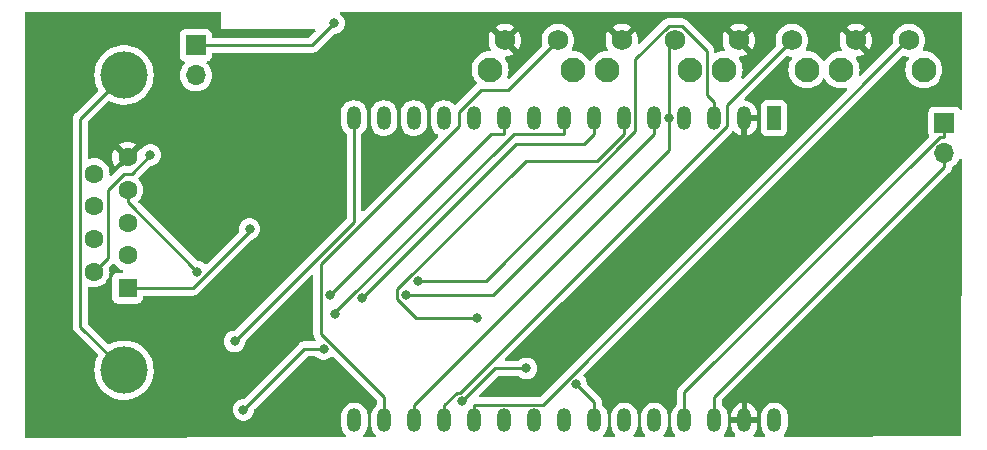
<source format=gbl>
%TF.GenerationSoftware,KiCad,Pcbnew,7.0.11*%
%TF.CreationDate,2024-12-08T19:05:50-06:00*%
%TF.ProjectId,WiRSa,57695253-612e-46b6-9963-61645f706362,rev?*%
%TF.SameCoordinates,Original*%
%TF.FileFunction,Copper,L2,Bot*%
%TF.FilePolarity,Positive*%
%FSLAX46Y46*%
G04 Gerber Fmt 4.6, Leading zero omitted, Abs format (unit mm)*
G04 Created by KiCad (PCBNEW 7.0.11) date 2024-12-08 19:05:50*
%MOMM*%
%LPD*%
G01*
G04 APERTURE LIST*
%TA.AperFunction,ComponentPad*%
%ADD10C,4.000000*%
%TD*%
%TA.AperFunction,ComponentPad*%
%ADD11R,1.600000X1.600000*%
%TD*%
%TA.AperFunction,ComponentPad*%
%ADD12C,1.600000*%
%TD*%
%TA.AperFunction,ComponentPad*%
%ADD13R,1.200000X2.000000*%
%TD*%
%TA.AperFunction,ComponentPad*%
%ADD14O,1.200000X2.000000*%
%TD*%
%TA.AperFunction,ComponentPad*%
%ADD15R,1.700000X1.700000*%
%TD*%
%TA.AperFunction,ComponentPad*%
%ADD16O,1.700000X1.700000*%
%TD*%
%TA.AperFunction,ComponentPad*%
%ADD17C,2.100000*%
%TD*%
%TA.AperFunction,ComponentPad*%
%ADD18C,1.750000*%
%TD*%
%TA.AperFunction,ViaPad*%
%ADD19C,0.800000*%
%TD*%
%TA.AperFunction,Conductor*%
%ADD20C,0.250000*%
%TD*%
G04 APERTURE END LIST*
D10*
%TO.P,J1,0,PAD*%
%TO.N,unconnected-(J1-PAD-Pad0)*%
X54356000Y-79013000D03*
X54356000Y-104013000D03*
D11*
%TO.P,J1,1,1*%
%TO.N,/DCD-RI*%
X54656000Y-97053000D03*
D12*
%TO.P,J1,2,2*%
%TO.N,/TX-RO*%
X54656000Y-94283000D03*
%TO.P,J1,3,3*%
%TO.N,/RX-RI*%
X54656000Y-91513000D03*
%TO.P,J1,4,4*%
%TO.N,/DTR-RO*%
X54656000Y-88743000D03*
%TO.P,J1,5,5*%
%TO.N,GND*%
X54656000Y-85973000D03*
%TO.P,J1,6,6*%
%TO.N,/DSR-RI*%
X51816000Y-95668000D03*
%TO.P,J1,7,7*%
%TO.N,/RTS-RO*%
X51816000Y-92898000D03*
%TO.P,J1,8,8*%
%TO.N,/CTS-RI*%
X51816000Y-90128000D03*
%TO.P,J1,9,9*%
%TO.N,/RI-RI*%
X51816000Y-87358000D03*
%TD*%
D13*
%TO.P,U2,1,3.3V*%
%TO.N,Net-(IC1-FORCEON)*%
X109389525Y-82663572D03*
D14*
%TO.P,U2,2,GND*%
%TO.N,GND*%
X106849525Y-82663572D03*
%TO.P,U2,3,D15/HCS*%
%TO.N,/RTS-TI*%
X104309525Y-82663572D03*
%TO.P,U2,4,D2/LED*%
%TO.N,unconnected-(U2-D2{slash}LED-Pad4)*%
X101769525Y-82663572D03*
%TO.P,U2,5,D4*%
%TO.N,/DTR-TI*%
X99229525Y-82663572D03*
%TO.P,U2,6,D16/RX2*%
%TO.N,/RX-TO*%
X96689525Y-82663572D03*
%TO.P,U2,7,D17/TX2*%
%TO.N,/TX-TI*%
X94149525Y-82663572D03*
%TO.P,U2,8,D5/VCS*%
%TO.N,Net-(U1-CD{slash}DAT3)*%
X91609525Y-82663572D03*
%TO.P,U2,9,D18/VCLK*%
%TO.N,Net-(U1-CLK)*%
X89069525Y-82663572D03*
%TO.P,U2,10,D19/VMISO*%
%TO.N,Net-(U1-DAT0)*%
X86529525Y-82663572D03*
%TO.P,U2,11,D21/OLED_SDA*%
%TO.N,unconnected-(U2-D21{slash}OLED_SDA-Pad11)*%
X83989525Y-82663572D03*
%TO.P,U2,12,D3/RX0_USB*%
%TO.N,unconnected-(U2-D3{slash}RX0_USB-Pad12)*%
X81449525Y-82663572D03*
%TO.P,U2,13,D1/TX0_USB*%
%TO.N,unconnected-(U2-D1{slash}TX0_USB-Pad13)*%
X78909525Y-82663572D03*
%TO.P,U2,14,D22/OLED_SCL*%
%TO.N,unconnected-(U2-D22{slash}OLED_SCL-Pad14)*%
X76369525Y-82663572D03*
%TO.P,U2,15,D23/VMOSI*%
%TO.N,Net-(U1-CMD)*%
X73829525Y-82663572D03*
%TO.P,U2,16,EN*%
%TO.N,unconnected-(U2-EN-Pad16)*%
X73870601Y-108257032D03*
%TO.P,U2,17,D36/SENS_VP*%
%TO.N,Net-(U2-D36{slash}SENS_VP)*%
X76410601Y-108257032D03*
%TO.P,U2,18,D39/SENS_VN*%
%TO.N,Net-(U2-D39{slash}SENS_VN)*%
X78950601Y-108257032D03*
%TO.P,U2,19,D34*%
%TO.N,Net-(U2-D34)*%
X81490601Y-108257032D03*
%TO.P,U2,20,D35*%
%TO.N,Net-(U2-D35)*%
X84030601Y-108257032D03*
%TO.P,U2,21,D32*%
%TO.N,/{slash}INVALID*%
X86570601Y-108257032D03*
%TO.P,U2,22,D33*%
%TO.N,/DCD-TO*%
X89110601Y-108257032D03*
%TO.P,U2,23,D25*%
%TO.N,/RI-TO*%
X91650601Y-108257032D03*
%TO.P,U2,24,D26*%
%TO.N,/DSR-TO*%
X94190601Y-108257032D03*
%TO.P,U2,25,D27*%
%TO.N,/CTS-TO*%
X96730601Y-108257032D03*
%TO.P,U2,26,D14/HCLK*%
%TO.N,Net-(U1-SWITCH)*%
X99270601Y-108257032D03*
%TO.P,U2,27,D12/HMISO*%
%TO.N,Net-(J2-Pin_1)*%
X101810601Y-108257032D03*
%TO.P,U2,28,D13/HMOSI*%
%TO.N,Net-(J2-Pin_2)*%
X104350601Y-108257032D03*
%TO.P,U2,29,GND*%
%TO.N,GND*%
X106890601Y-108257032D03*
%TO.P,U2,30,VIN*%
%TO.N,unconnected-(U2-VIN-Pad30)*%
X109430601Y-108257032D03*
%TD*%
D15*
%TO.P,J2,1,Pin_1*%
%TO.N,Net-(J2-Pin_1)*%
X123825000Y-83058000D03*
D16*
%TO.P,J2,2,Pin_2*%
%TO.N,Net-(J2-Pin_2)*%
X123825000Y-85598000D03*
%TD*%
D17*
%TO.P,SW1,*%
%TO.N,*%
X85348000Y-78559500D03*
X92358000Y-78559500D03*
D18*
%TO.P,SW1,1,1*%
%TO.N,GND*%
X86598000Y-76069500D03*
%TO.P,SW1,2,2*%
%TO.N,Net-(U2-D36{slash}SENS_VP)*%
X91098000Y-76069500D03*
%TD*%
D15*
%TO.P,J3,1,Pin_1*%
%TO.N,Net-(J3-Pin_1)*%
X60436000Y-76500000D03*
D16*
%TO.P,J3,2,Pin_2*%
%TO.N,Net-(J3-Pin_2)*%
X60436000Y-79040000D03*
%TD*%
D17*
%TO.P,SW4,*%
%TO.N,*%
X115066000Y-78559500D03*
X122076000Y-78559500D03*
D18*
%TO.P,SW4,1,1*%
%TO.N,GND*%
X116316000Y-76069500D03*
%TO.P,SW4,2,2*%
%TO.N,Net-(U2-D35)*%
X120816000Y-76069500D03*
%TD*%
D17*
%TO.P,SW3,*%
%TO.N,*%
X105160000Y-78559500D03*
X112170000Y-78559500D03*
D18*
%TO.P,SW3,1,1*%
%TO.N,GND*%
X106410000Y-76069500D03*
%TO.P,SW3,2,2*%
%TO.N,Net-(U2-D34)*%
X110910000Y-76069500D03*
%TD*%
D17*
%TO.P,SW2,*%
%TO.N,*%
X95254000Y-78559500D03*
X102264000Y-78559500D03*
D18*
%TO.P,SW2,1,1*%
%TO.N,GND*%
X96504000Y-76069500D03*
%TO.P,SW2,2,2*%
%TO.N,Net-(U2-D39{slash}SENS_VN)*%
X101004000Y-76069500D03*
%TD*%
D19*
%TO.N,GND*%
X71628000Y-104902000D03*
X68326000Y-91186000D03*
%TO.N,Net-(U2-D39{slash}SENS_VN)*%
X100499500Y-82691800D03*
%TO.N,Net-(U1-DAT0)*%
X71765500Y-97620900D03*
%TO.N,Net-(U1-CMD)*%
X63714000Y-101561600D03*
%TO.N,/DCD-RI*%
X64987300Y-92042200D03*
%TO.N,/DSR-RI*%
X56590000Y-85772700D03*
%TO.N,/DTR-RO*%
X60547300Y-95660900D03*
%TO.N,/RTS-TI*%
X79276600Y-96413700D03*
%TO.N,/DTR-TI*%
X78229200Y-97634100D03*
%TO.N,/TX-TI*%
X74491800Y-97887500D03*
%TO.N,/RX-TO*%
X84268700Y-99568900D03*
%TO.N,/DSR-TO*%
X92610000Y-105148600D03*
%TO.N,Net-(U1-CD{slash}DAT3)*%
X72232700Y-99211800D03*
%TO.N,Net-(U1-SWITCH)*%
X88426800Y-103850400D03*
X71261200Y-102193100D03*
X83012100Y-106624100D03*
X64466200Y-107356900D03*
%TO.N,Net-(J3-Pin_1)*%
X72157600Y-74626900D03*
%TD*%
D20*
%TO.N,Net-(U2-D36{slash}SENS_VP)*%
X76410600Y-108257000D02*
X76410600Y-106930100D01*
X76410600Y-106314500D02*
X71033000Y-100936900D01*
X86867800Y-80299700D02*
X91098000Y-76069500D01*
X71033000Y-95040100D02*
X82719500Y-83353600D01*
X82719500Y-82168700D02*
X84588500Y-80299700D01*
X82719500Y-83353600D02*
X82719500Y-82168700D01*
X84588500Y-80299700D02*
X86867800Y-80299700D01*
X76410600Y-106930100D02*
X76410600Y-106314500D01*
X71033000Y-100936900D02*
X71033000Y-95040100D01*
%TO.N,Net-(U2-D39{slash}SENS_VN)*%
X78950600Y-108257000D02*
X78950600Y-106930100D01*
X100499500Y-76574000D02*
X100499500Y-82691800D01*
X100499500Y-85381200D02*
X78950600Y-106930100D01*
X100499500Y-82691800D02*
X100499500Y-85381200D01*
X101004000Y-76069500D02*
X100499500Y-76574000D01*
%TO.N,Net-(U2-D34)*%
X82840100Y-105897200D02*
X82523500Y-105897200D01*
X105420200Y-81559300D02*
X105420200Y-83317100D01*
X81490600Y-108257000D02*
X81490600Y-106930100D01*
X105420200Y-83317100D02*
X82840100Y-105897200D01*
X110910000Y-76069500D02*
X105420200Y-81559300D01*
X82523500Y-105897200D02*
X81490600Y-106930100D01*
%TO.N,Net-(U2-D35)*%
X120661200Y-76069500D02*
X120816000Y-76069500D01*
X84030600Y-108257000D02*
X84030600Y-106930100D01*
X84030600Y-106930100D02*
X89800600Y-106930100D01*
X89800600Y-106930100D02*
X120661200Y-76069500D01*
%TO.N,Net-(U1-DAT0)*%
X86529500Y-82663600D02*
X86529500Y-83990500D01*
X85395900Y-83990500D02*
X86529500Y-83990500D01*
X71765500Y-97620900D02*
X85395900Y-83990500D01*
%TO.N,Net-(U1-CMD)*%
X73829500Y-91446100D02*
X73829500Y-83990500D01*
X63714000Y-101561600D02*
X73829500Y-91446100D01*
X73829500Y-82663600D02*
X73829500Y-83990500D01*
%TO.N,unconnected-(J1-PAD-Pad0)*%
X50649700Y-100306700D02*
X50649700Y-82719300D01*
X54356000Y-104013000D02*
X50649700Y-100306700D01*
X50649700Y-82719300D02*
X54356000Y-79013000D01*
%TO.N,Net-(J2-Pin_1)*%
X123825000Y-83058000D02*
X123825000Y-84234900D01*
X101810600Y-105881500D02*
X101810600Y-108257000D01*
X123825000Y-84234900D02*
X123457200Y-84234900D01*
X123457200Y-84234900D02*
X101810600Y-105881500D01*
%TO.N,Net-(J2-Pin_2)*%
X123825000Y-86774900D02*
X104350600Y-106249300D01*
X123825000Y-85598000D02*
X123825000Y-86774900D01*
X104350600Y-106249300D02*
X104350600Y-108257000D01*
%TO.N,/DCD-RI*%
X64987300Y-92248900D02*
X64987300Y-92042200D01*
X60183200Y-97053000D02*
X64987300Y-92248900D01*
X54656000Y-97053000D02*
X60183200Y-97053000D01*
%TO.N,/DSR-RI*%
X52986500Y-88760800D02*
X52986500Y-94497500D01*
X55004700Y-87358000D02*
X54389300Y-87358000D01*
X54389300Y-87358000D02*
X52986500Y-88760800D01*
X56590000Y-85772700D02*
X55004700Y-87358000D01*
X52986500Y-94497500D02*
X51816000Y-95668000D01*
%TO.N,/DTR-RO*%
X60547300Y-95660900D02*
X54656000Y-89769600D01*
X54656000Y-89769600D02*
X54656000Y-88743000D01*
%TO.N,/RTS-TI*%
X79276600Y-96413700D02*
X84964900Y-96413700D01*
X101559300Y-74849600D02*
X103712000Y-77002300D01*
X103712000Y-80739200D02*
X104309500Y-81336700D01*
X97616400Y-83762200D02*
X97616400Y-77695400D01*
X97616400Y-77695400D02*
X100462200Y-74849600D01*
X103712000Y-77002300D02*
X103712000Y-80739200D01*
X104309500Y-82663600D02*
X104309500Y-81336700D01*
X100462200Y-74849600D02*
X101559300Y-74849600D01*
X84964900Y-96413700D02*
X97616400Y-83762200D01*
%TO.N,/DTR-TI*%
X99229500Y-83990500D02*
X85585900Y-97634100D01*
X85585900Y-97634100D02*
X78229200Y-97634100D01*
X99229500Y-82663600D02*
X99229500Y-83990500D01*
%TO.N,/TX-TI*%
X93305800Y-84834200D02*
X94149500Y-83990500D01*
X94149500Y-82663600D02*
X94149500Y-83990500D01*
X87545100Y-84834200D02*
X93305800Y-84834200D01*
X74491800Y-97887500D02*
X87545100Y-84834200D01*
%TO.N,/RX-TO*%
X96689500Y-83990500D02*
X94374600Y-86305400D01*
X88357000Y-86305400D02*
X77500800Y-97161600D01*
X96689500Y-82663600D02*
X96689500Y-83990500D01*
X94374600Y-86305400D02*
X88357000Y-86305400D01*
X79086300Y-99568900D02*
X84268700Y-99568900D01*
X77500800Y-97983400D02*
X79086300Y-99568900D01*
X77500800Y-97161600D02*
X77500800Y-97983400D01*
%TO.N,/DSR-TO*%
X94190600Y-106729200D02*
X94190600Y-108257000D01*
X92610000Y-105148600D02*
X94190600Y-106729200D01*
%TO.N,Net-(U1-CD{slash}DAT3)*%
X91609500Y-83990500D02*
X87360900Y-83990500D01*
X91609500Y-82663600D02*
X91609500Y-83990500D01*
X72232700Y-99118700D02*
X72232700Y-99211800D01*
X87360900Y-83990500D02*
X72232700Y-99118700D01*
%TO.N,Net-(U1-SWITCH)*%
X64466200Y-107356900D02*
X69630000Y-102193100D01*
X69630000Y-102193100D02*
X71261200Y-102193100D01*
X83012100Y-106624100D02*
X85785800Y-103850400D01*
X85785800Y-103850400D02*
X88426800Y-103850400D01*
%TO.N,Net-(J3-Pin_1)*%
X70284500Y-76500000D02*
X72157600Y-74626900D01*
X60436000Y-76500000D02*
X70284500Y-76500000D01*
%TD*%
%TA.AperFunction,Conductor*%
%TO.N,GND*%
G36*
X62543539Y-73679685D02*
G01*
X62589294Y-73732489D01*
X62600500Y-73784000D01*
X62600500Y-75101254D01*
X62599633Y-75105613D01*
X62599634Y-75127999D01*
X62600141Y-75129222D01*
X62600500Y-75130088D01*
X62602964Y-75136036D01*
X62611000Y-75139365D01*
X62633409Y-75139365D01*
X62637757Y-75138500D01*
X70450733Y-75138500D01*
X70517772Y-75158185D01*
X70563527Y-75210989D01*
X70573471Y-75280147D01*
X70544446Y-75343703D01*
X70538414Y-75350181D01*
X70058414Y-75830181D01*
X69997091Y-75863666D01*
X69970733Y-75866500D01*
X61918500Y-75866500D01*
X61851461Y-75846815D01*
X61805706Y-75794011D01*
X61794500Y-75742500D01*
X61794500Y-75601362D01*
X61794499Y-75601345D01*
X61791157Y-75570270D01*
X61787989Y-75540799D01*
X61787032Y-75538234D01*
X61765522Y-75480564D01*
X61736889Y-75403796D01*
X61649261Y-75286739D01*
X61532204Y-75199111D01*
X61395203Y-75148011D01*
X61334654Y-75141500D01*
X61334638Y-75141500D01*
X59537362Y-75141500D01*
X59537345Y-75141500D01*
X59476797Y-75148011D01*
X59476795Y-75148011D01*
X59339795Y-75199111D01*
X59222739Y-75286739D01*
X59135111Y-75403795D01*
X59084011Y-75540795D01*
X59084011Y-75540797D01*
X59077500Y-75601345D01*
X59077500Y-77398654D01*
X59084011Y-77459202D01*
X59084011Y-77459204D01*
X59126249Y-77572445D01*
X59135111Y-77596204D01*
X59222739Y-77713261D01*
X59339796Y-77800889D01*
X59374897Y-77813981D01*
X59457595Y-77844827D01*
X59513528Y-77886699D01*
X59537944Y-77952163D01*
X59523092Y-78020436D01*
X59505490Y-78044991D01*
X59360279Y-78202730D01*
X59360276Y-78202734D01*
X59237140Y-78391207D01*
X59146703Y-78597385D01*
X59091436Y-78815628D01*
X59091434Y-78815640D01*
X59072844Y-79039994D01*
X59072844Y-79040005D01*
X59091434Y-79264359D01*
X59091436Y-79264371D01*
X59146703Y-79482614D01*
X59237140Y-79688792D01*
X59360276Y-79877265D01*
X59360284Y-79877276D01*
X59512756Y-80042902D01*
X59512761Y-80042907D01*
X59539789Y-80063944D01*
X59690424Y-80181189D01*
X59690425Y-80181189D01*
X59690427Y-80181191D01*
X59769290Y-80223869D01*
X59888426Y-80288342D01*
X60101365Y-80361444D01*
X60323431Y-80398500D01*
X60548569Y-80398500D01*
X60770635Y-80361444D01*
X60983574Y-80288342D01*
X61181576Y-80181189D01*
X61359240Y-80042906D01*
X61479681Y-79912074D01*
X61511715Y-79877276D01*
X61511716Y-79877274D01*
X61511722Y-79877268D01*
X61634860Y-79688791D01*
X61725296Y-79482616D01*
X61780564Y-79264368D01*
X61786238Y-79195892D01*
X61799156Y-79040005D01*
X61799156Y-79039994D01*
X61780565Y-78815640D01*
X61780563Y-78815628D01*
X61725296Y-78597385D01*
X61708678Y-78559500D01*
X61634860Y-78391209D01*
X61632716Y-78387928D01*
X61511723Y-78202734D01*
X61511715Y-78202723D01*
X61366510Y-78044991D01*
X61335587Y-77982337D01*
X61343447Y-77912911D01*
X61387594Y-77858755D01*
X61414405Y-77844827D01*
X61497103Y-77813981D01*
X61532204Y-77800889D01*
X61649261Y-77713261D01*
X61736889Y-77596204D01*
X61787989Y-77459201D01*
X61792713Y-77415262D01*
X61794499Y-77398654D01*
X61794500Y-77398637D01*
X61794500Y-77257500D01*
X61814185Y-77190461D01*
X61866989Y-77144706D01*
X61918500Y-77133500D01*
X70200866Y-77133500D01*
X70216613Y-77135238D01*
X70216639Y-77134968D01*
X70224405Y-77135701D01*
X70224409Y-77135702D01*
X70292517Y-77133560D01*
X70296413Y-77133500D01*
X70324358Y-77133500D01*
X70324360Y-77133499D01*
X70325762Y-77133322D01*
X70328449Y-77132983D01*
X70340108Y-77132064D01*
X70384389Y-77130673D01*
X70403981Y-77124980D01*
X70423038Y-77121032D01*
X70443297Y-77118474D01*
X70484506Y-77102157D01*
X70495543Y-77098379D01*
X70538093Y-77086018D01*
X70555665Y-77075625D01*
X70573132Y-77067068D01*
X70592117Y-77059552D01*
X70627961Y-77033508D01*
X70637730Y-77027092D01*
X70675862Y-77004542D01*
X70690302Y-76990100D01*
X70705092Y-76977470D01*
X70721607Y-76965472D01*
X70749859Y-76931319D01*
X70757703Y-76922699D01*
X72108685Y-75571719D01*
X72170008Y-75538234D01*
X72196366Y-75535400D01*
X72253087Y-75535400D01*
X72439888Y-75495694D01*
X72614352Y-75418018D01*
X72768853Y-75305766D01*
X72896640Y-75163844D01*
X72992127Y-74998456D01*
X73051142Y-74816828D01*
X73071104Y-74626900D01*
X73051142Y-74436972D01*
X72992127Y-74255344D01*
X72896640Y-74089956D01*
X72768853Y-73948034D01*
X72681153Y-73884316D01*
X72638490Y-73828988D01*
X72632511Y-73759375D01*
X72665117Y-73697580D01*
X72725956Y-73663222D01*
X72754041Y-73660000D01*
X125224561Y-73660000D01*
X125291600Y-73679685D01*
X125337355Y-73732489D01*
X125348560Y-73784438D01*
X125320063Y-81849061D01*
X125300142Y-81916031D01*
X125247177Y-81961599D01*
X125177983Y-81971298D01*
X125114531Y-81942048D01*
X125096797Y-81922934D01*
X125038261Y-81844739D01*
X124921204Y-81757111D01*
X124868768Y-81737553D01*
X124784203Y-81706011D01*
X124723654Y-81699500D01*
X124723638Y-81699500D01*
X122926362Y-81699500D01*
X122926345Y-81699500D01*
X122865797Y-81706011D01*
X122865795Y-81706011D01*
X122728795Y-81757111D01*
X122611739Y-81844739D01*
X122524111Y-81961795D01*
X122473011Y-82098795D01*
X122473011Y-82098797D01*
X122466500Y-82159345D01*
X122466500Y-83956654D01*
X122473011Y-84017202D01*
X122473011Y-84017204D01*
X122516884Y-84134829D01*
X122520948Y-84145725D01*
X122527210Y-84162512D01*
X122524426Y-84163550D01*
X122536111Y-84217243D01*
X122511698Y-84282709D01*
X122500107Y-84296086D01*
X101421779Y-105374414D01*
X101409420Y-105384318D01*
X101409593Y-105384527D01*
X101403582Y-105389500D01*
X101356938Y-105439169D01*
X101354233Y-105441960D01*
X101334473Y-105461721D01*
X101334458Y-105461738D01*
X101331917Y-105465013D01*
X101324353Y-105473867D01*
X101294020Y-105506171D01*
X101294012Y-105506181D01*
X101284179Y-105524067D01*
X101273503Y-105540320D01*
X101260986Y-105556457D01*
X101260985Y-105556460D01*
X101243385Y-105597129D01*
X101238248Y-105607615D01*
X101216903Y-105646441D01*
X101216903Y-105646442D01*
X101211825Y-105666220D01*
X101205525Y-105684622D01*
X101197418Y-105703357D01*
X101190488Y-105747109D01*
X101188120Y-105758545D01*
X101177100Y-105801465D01*
X101177100Y-105821884D01*
X101175573Y-105841283D01*
X101172380Y-105861441D01*
X101172380Y-105861442D01*
X101176550Y-105905557D01*
X101177100Y-105917226D01*
X101177100Y-106883388D01*
X101157415Y-106950427D01*
X101125028Y-106984395D01*
X101081386Y-107015472D01*
X101081384Y-107015474D01*
X100935294Y-107168689D01*
X100820847Y-107346773D01*
X100742164Y-107543312D01*
X100702101Y-107751182D01*
X100702101Y-107751183D01*
X100702101Y-108709835D01*
X100717182Y-108867771D01*
X100776824Y-109070894D01*
X100873830Y-109259058D01*
X101004693Y-109425464D01*
X101004695Y-109425465D01*
X101004696Y-109425467D01*
X101008771Y-109429741D01*
X101006919Y-109431506D01*
X101038732Y-109480995D01*
X101038740Y-109550865D01*
X101000973Y-109609648D01*
X100937420Y-109638680D01*
X100919958Y-109639944D01*
X100153631Y-109641172D01*
X100086560Y-109621595D01*
X100040720Y-109568864D01*
X100030666Y-109499722D01*
X100059589Y-109436120D01*
X100063674Y-109431618D01*
X100145904Y-109345378D01*
X100145908Y-109345373D01*
X100260354Y-109167290D01*
X100260357Y-109167286D01*
X100339037Y-108970753D01*
X100379101Y-108762881D01*
X100379101Y-107804229D01*
X100364020Y-107646293D01*
X100304378Y-107443170D01*
X100207372Y-107255006D01*
X100076509Y-107088600D01*
X99992118Y-107015474D01*
X99916523Y-106949970D01*
X99916512Y-106949962D01*
X99733185Y-106844120D01*
X99733184Y-106844119D01*
X99733183Y-106844119D01*
X99603231Y-106799142D01*
X99533129Y-106774879D01*
X99480742Y-106767347D01*
X99323585Y-106744751D01*
X99323582Y-106744751D01*
X99293363Y-106746190D01*
X99112127Y-106754824D01*
X99029460Y-106774879D01*
X98906400Y-106804733D01*
X98906398Y-106804733D01*
X98713830Y-106892675D01*
X98713824Y-106892679D01*
X98541390Y-107015468D01*
X98541384Y-107015474D01*
X98395294Y-107168689D01*
X98280847Y-107346773D01*
X98202164Y-107543312D01*
X98162101Y-107751182D01*
X98162101Y-107751183D01*
X98162101Y-108709835D01*
X98177182Y-108867771D01*
X98236824Y-109070894D01*
X98333830Y-109259058D01*
X98464693Y-109425464D01*
X98465649Y-109426292D01*
X98465993Y-109426827D01*
X98468771Y-109429741D01*
X98468209Y-109430276D01*
X98503424Y-109485070D01*
X98503426Y-109554939D01*
X98465653Y-109613718D01*
X98402097Y-109642745D01*
X98384647Y-109644007D01*
X97609743Y-109645249D01*
X97542672Y-109625672D01*
X97496832Y-109572941D01*
X97486778Y-109503799D01*
X97515701Y-109440197D01*
X97519774Y-109435708D01*
X97605904Y-109345378D01*
X97720357Y-109167286D01*
X97799037Y-108970753D01*
X97839101Y-108762881D01*
X97839101Y-107804229D01*
X97824020Y-107646293D01*
X97764378Y-107443170D01*
X97667372Y-107255006D01*
X97536509Y-107088600D01*
X97452118Y-107015474D01*
X97376523Y-106949970D01*
X97376512Y-106949962D01*
X97193185Y-106844120D01*
X97193184Y-106844119D01*
X97193183Y-106844119D01*
X97063231Y-106799142D01*
X96993129Y-106774879D01*
X96940742Y-106767347D01*
X96783585Y-106744751D01*
X96783582Y-106744751D01*
X96753363Y-106746190D01*
X96572127Y-106754824D01*
X96489460Y-106774879D01*
X96366400Y-106804733D01*
X96366398Y-106804733D01*
X96173830Y-106892675D01*
X96173824Y-106892679D01*
X96001390Y-107015468D01*
X96001384Y-107015474D01*
X95855294Y-107168689D01*
X95740847Y-107346773D01*
X95662164Y-107543312D01*
X95622101Y-107751182D01*
X95622101Y-107751183D01*
X95622101Y-108709835D01*
X95637182Y-108867771D01*
X95696824Y-109070894D01*
X95793830Y-109259058D01*
X95923108Y-109423448D01*
X95924694Y-109425465D01*
X95926266Y-109426827D01*
X95930246Y-109430276D01*
X95930339Y-109430356D01*
X95968114Y-109489134D01*
X95968115Y-109559003D01*
X95930341Y-109617782D01*
X95866786Y-109646808D01*
X95849336Y-109648070D01*
X95065856Y-109649326D01*
X94998785Y-109629749D01*
X94952945Y-109577018D01*
X94942891Y-109507876D01*
X94971814Y-109444274D01*
X94975895Y-109439776D01*
X95065904Y-109345378D01*
X95180357Y-109167286D01*
X95259037Y-108970753D01*
X95299101Y-108762881D01*
X95299101Y-107804229D01*
X95284020Y-107646293D01*
X95224378Y-107443170D01*
X95127372Y-107255006D01*
X94996509Y-107088600D01*
X94912116Y-107015473D01*
X94866897Y-106976290D01*
X94829123Y-106917512D01*
X94824100Y-106882577D01*
X94824100Y-106812831D01*
X94825839Y-106797079D01*
X94825568Y-106797054D01*
X94826300Y-106789298D01*
X94826302Y-106789291D01*
X94824161Y-106721168D01*
X94824100Y-106717273D01*
X94824100Y-106689347D01*
X94824100Y-106689344D01*
X94823582Y-106685247D01*
X94822665Y-106673598D01*
X94821958Y-106651089D01*
X94821274Y-106629311D01*
X94815576Y-106609699D01*
X94811633Y-106590666D01*
X94809074Y-106570403D01*
X94792763Y-106529207D01*
X94788981Y-106518159D01*
X94778458Y-106481940D01*
X94776618Y-106475607D01*
X94766225Y-106458034D01*
X94757666Y-106440562D01*
X94750152Y-106421583D01*
X94724110Y-106385739D01*
X94717699Y-106375981D01*
X94716877Y-106374591D01*
X94695142Y-106337838D01*
X94680708Y-106323404D01*
X94668071Y-106308609D01*
X94656072Y-106292093D01*
X94656069Y-106292091D01*
X94656069Y-106292090D01*
X94621925Y-106263843D01*
X94613285Y-106255981D01*
X93556620Y-105199315D01*
X93523135Y-105137992D01*
X93520982Y-105124612D01*
X93503542Y-104958672D01*
X93444527Y-104777044D01*
X93349040Y-104611656D01*
X93269485Y-104523301D01*
X93239255Y-104460309D01*
X93247880Y-104390974D01*
X93273951Y-104352651D01*
X120224045Y-77402558D01*
X120285366Y-77369075D01*
X120351986Y-77372959D01*
X120426780Y-77398637D01*
X120475206Y-77415262D01*
X120701360Y-77453000D01*
X120704794Y-77453000D01*
X120706146Y-77453397D01*
X120706471Y-77453424D01*
X120706465Y-77453490D01*
X120771833Y-77472685D01*
X120817588Y-77525489D01*
X120827532Y-77594647D01*
X120810523Y-77641786D01*
X120735834Y-77763668D01*
X120683070Y-77849772D01*
X120589193Y-78076412D01*
X120531927Y-78314945D01*
X120512681Y-78559500D01*
X120531927Y-78804054D01*
X120589193Y-79042587D01*
X120683071Y-79269230D01*
X120811246Y-79478393D01*
X120811248Y-79478396D01*
X120970567Y-79664933D01*
X121157104Y-79824252D01*
X121173387Y-79834230D01*
X121366269Y-79952428D01*
X121473108Y-79996682D01*
X121592908Y-80046305D01*
X121831443Y-80103572D01*
X122076000Y-80122819D01*
X122320557Y-80103572D01*
X122559092Y-80046305D01*
X122785732Y-79952427D01*
X122994896Y-79824252D01*
X123181433Y-79664933D01*
X123340752Y-79478396D01*
X123468927Y-79269232D01*
X123470946Y-79264359D01*
X123481889Y-79237938D01*
X123562805Y-79042592D01*
X123620072Y-78804057D01*
X123639319Y-78559500D01*
X123620072Y-78314943D01*
X123562805Y-78076408D01*
X123507184Y-77942127D01*
X123468928Y-77849769D01*
X123340753Y-77640606D01*
X123340752Y-77640604D01*
X123181433Y-77454067D01*
X122994896Y-77294748D01*
X122991094Y-77292418D01*
X122785730Y-77166571D01*
X122559087Y-77072693D01*
X122320553Y-77015427D01*
X122320554Y-77015427D01*
X122082012Y-76996654D01*
X122016724Y-76971770D01*
X121975253Y-76915539D01*
X121970766Y-76845814D01*
X121987930Y-76805217D01*
X122036922Y-76730230D01*
X122129023Y-76520261D01*
X122185308Y-76297997D01*
X122185309Y-76297988D01*
X122204242Y-76069505D01*
X122204242Y-76069494D01*
X122185309Y-75841011D01*
X122185307Y-75840999D01*
X122129023Y-75618738D01*
X122036922Y-75408770D01*
X121911520Y-75216826D01*
X121893861Y-75197644D01*
X121756231Y-75048137D01*
X121756226Y-75048133D01*
X121756224Y-75048131D01*
X121575304Y-74907315D01*
X121575293Y-74907308D01*
X121373656Y-74798188D01*
X121373653Y-74798186D01*
X121373650Y-74798185D01*
X121373647Y-74798184D01*
X121373645Y-74798183D01*
X121156795Y-74723738D01*
X120930640Y-74686000D01*
X120701360Y-74686000D01*
X120475204Y-74723738D01*
X120258354Y-74798183D01*
X120258343Y-74798188D01*
X120056706Y-74907308D01*
X120056695Y-74907315D01*
X119875775Y-75048131D01*
X119875772Y-75048134D01*
X119720479Y-75216826D01*
X119595077Y-75408770D01*
X119502976Y-75618738D01*
X119446692Y-75840999D01*
X119446690Y-75841011D01*
X119427758Y-76069494D01*
X119427758Y-76069505D01*
X119446691Y-76297995D01*
X119446692Y-76298001D01*
X119447603Y-76301598D01*
X119444977Y-76371418D01*
X119415078Y-76419716D01*
X116788067Y-79046726D01*
X116726744Y-79080211D01*
X116657052Y-79075227D01*
X116601119Y-79033355D01*
X116576702Y-78967891D01*
X116579812Y-78930098D01*
X116610072Y-78804057D01*
X116629319Y-78559500D01*
X116610072Y-78314943D01*
X116552805Y-78076408D01*
X116497184Y-77942127D01*
X116458928Y-77849769D01*
X116328206Y-77636449D01*
X116329316Y-77635768D01*
X116307840Y-77575582D01*
X116323664Y-77507528D01*
X116373768Y-77458832D01*
X116424927Y-77446161D01*
X116424825Y-77444924D01*
X116429927Y-77444501D01*
X116654701Y-77406992D01*
X116870219Y-77333004D01*
X116870230Y-77332999D01*
X117070627Y-77224550D01*
X117070633Y-77224546D01*
X117096983Y-77204037D01*
X117096984Y-77204036D01*
X116444116Y-76551169D01*
X116456892Y-76549333D01*
X116586369Y-76490202D01*
X116693943Y-76396989D01*
X116770898Y-76277245D01*
X116795048Y-76194996D01*
X117449123Y-76849071D01*
X117529419Y-76726171D01*
X117620954Y-76517493D01*
X117676894Y-76296593D01*
X117676896Y-76296585D01*
X117695712Y-76069506D01*
X117695712Y-76069493D01*
X117676896Y-75842414D01*
X117676894Y-75842406D01*
X117620954Y-75621506D01*
X117529421Y-75412833D01*
X117449123Y-75289927D01*
X116795048Y-75944003D01*
X116770898Y-75861755D01*
X116693943Y-75742011D01*
X116586369Y-75648798D01*
X116456892Y-75589667D01*
X116444117Y-75587830D01*
X117096983Y-74934962D01*
X117070626Y-74914448D01*
X116870230Y-74806000D01*
X116870219Y-74805995D01*
X116654701Y-74732007D01*
X116429935Y-74694500D01*
X116202065Y-74694500D01*
X115977298Y-74732007D01*
X115761780Y-74805995D01*
X115761769Y-74806000D01*
X115561366Y-74914452D01*
X115535015Y-74934961D01*
X115535015Y-74934963D01*
X116187883Y-75587830D01*
X116175108Y-75589667D01*
X116045631Y-75648798D01*
X115938057Y-75742011D01*
X115861102Y-75861755D01*
X115836951Y-75944004D01*
X115182874Y-75289927D01*
X115102579Y-75412830D01*
X115011045Y-75621506D01*
X114955105Y-75842406D01*
X114955103Y-75842414D01*
X114936288Y-76069493D01*
X114936288Y-76069506D01*
X114955103Y-76296585D01*
X114955105Y-76296593D01*
X115011045Y-76517493D01*
X115102579Y-76726169D01*
X115154214Y-76805203D01*
X115174402Y-76872093D01*
X115155221Y-76939278D01*
X115102762Y-76985428D01*
X115060134Y-76996642D01*
X114821446Y-77015427D01*
X114582912Y-77072693D01*
X114356269Y-77166571D01*
X114147106Y-77294746D01*
X113960567Y-77454067D01*
X113801245Y-77640607D01*
X113801244Y-77640608D01*
X113723727Y-77767106D01*
X113671916Y-77813981D01*
X113602986Y-77825404D01*
X113538823Y-77797747D01*
X113512273Y-77767106D01*
X113434755Y-77640608D01*
X113434754Y-77640607D01*
X113434753Y-77640606D01*
X113434752Y-77640604D01*
X113275433Y-77454067D01*
X113088896Y-77294748D01*
X113085094Y-77292418D01*
X112879730Y-77166571D01*
X112653087Y-77072693D01*
X112414553Y-77015427D01*
X112414554Y-77015427D01*
X112176012Y-76996654D01*
X112110724Y-76971770D01*
X112069253Y-76915539D01*
X112064766Y-76845814D01*
X112081930Y-76805217D01*
X112130922Y-76730230D01*
X112223023Y-76520261D01*
X112279308Y-76297997D01*
X112279309Y-76297988D01*
X112298242Y-76069505D01*
X112298242Y-76069494D01*
X112279309Y-75841011D01*
X112279307Y-75840999D01*
X112223023Y-75618738D01*
X112130922Y-75408770D01*
X112005520Y-75216826D01*
X111987861Y-75197644D01*
X111850231Y-75048137D01*
X111850226Y-75048133D01*
X111850224Y-75048131D01*
X111669304Y-74907315D01*
X111669293Y-74907308D01*
X111467656Y-74798188D01*
X111467653Y-74798186D01*
X111467650Y-74798185D01*
X111467647Y-74798184D01*
X111467645Y-74798183D01*
X111250795Y-74723738D01*
X111024640Y-74686000D01*
X110795360Y-74686000D01*
X110569204Y-74723738D01*
X110352354Y-74798183D01*
X110352343Y-74798188D01*
X110150706Y-74907308D01*
X110150695Y-74907315D01*
X109969775Y-75048131D01*
X109969772Y-75048134D01*
X109814479Y-75216826D01*
X109689077Y-75408770D01*
X109596976Y-75618738D01*
X109540692Y-75840999D01*
X109540690Y-75841011D01*
X109521758Y-76069494D01*
X109521758Y-76069505D01*
X109540690Y-76297988D01*
X109540692Y-76298001D01*
X109572882Y-76425116D01*
X109570256Y-76494937D01*
X109540357Y-76543237D01*
X106808867Y-79274726D01*
X106747544Y-79308211D01*
X106677852Y-79303227D01*
X106621919Y-79261355D01*
X106597502Y-79195891D01*
X106606624Y-79139596D01*
X106646805Y-79042592D01*
X106646928Y-79042082D01*
X106660774Y-78984408D01*
X106704072Y-78804057D01*
X106723319Y-78559500D01*
X106704072Y-78314943D01*
X106646805Y-78076408D01*
X106591184Y-77942127D01*
X106552928Y-77849769D01*
X106422206Y-77636449D01*
X106423316Y-77635768D01*
X106401840Y-77575582D01*
X106417664Y-77507528D01*
X106467768Y-77458832D01*
X106518927Y-77446161D01*
X106518825Y-77444924D01*
X106523927Y-77444501D01*
X106748701Y-77406992D01*
X106964219Y-77333004D01*
X106964230Y-77332999D01*
X107164627Y-77224550D01*
X107164633Y-77224546D01*
X107190983Y-77204037D01*
X107190984Y-77204036D01*
X106538116Y-76551169D01*
X106550892Y-76549333D01*
X106680369Y-76490202D01*
X106787943Y-76396989D01*
X106864898Y-76277245D01*
X106889048Y-76194996D01*
X107543123Y-76849071D01*
X107623419Y-76726171D01*
X107714954Y-76517493D01*
X107770894Y-76296593D01*
X107770896Y-76296585D01*
X107789712Y-76069506D01*
X107789712Y-76069493D01*
X107770896Y-75842414D01*
X107770894Y-75842406D01*
X107714954Y-75621506D01*
X107623421Y-75412833D01*
X107543123Y-75289927D01*
X106889048Y-75944003D01*
X106864898Y-75861755D01*
X106787943Y-75742011D01*
X106680369Y-75648798D01*
X106550892Y-75589667D01*
X106538117Y-75587830D01*
X107190983Y-74934962D01*
X107164626Y-74914448D01*
X106964230Y-74806000D01*
X106964219Y-74805995D01*
X106748701Y-74732007D01*
X106523935Y-74694500D01*
X106296065Y-74694500D01*
X106071298Y-74732007D01*
X105855780Y-74805995D01*
X105855769Y-74806000D01*
X105655366Y-74914452D01*
X105629015Y-74934961D01*
X105629015Y-74934963D01*
X106281883Y-75587830D01*
X106269108Y-75589667D01*
X106139631Y-75648798D01*
X106032057Y-75742011D01*
X105955102Y-75861755D01*
X105930951Y-75944004D01*
X105276874Y-75289927D01*
X105196579Y-75412830D01*
X105105045Y-75621506D01*
X105049105Y-75842406D01*
X105049103Y-75842414D01*
X105030288Y-76069493D01*
X105030288Y-76069506D01*
X105049103Y-76296585D01*
X105049105Y-76296593D01*
X105105045Y-76517493D01*
X105196579Y-76726169D01*
X105248214Y-76805203D01*
X105268402Y-76872093D01*
X105249221Y-76939278D01*
X105196762Y-76985428D01*
X105154134Y-76996642D01*
X104915446Y-77015427D01*
X104676910Y-77072693D01*
X104518007Y-77138513D01*
X104448538Y-77145982D01*
X104386059Y-77114707D01*
X104350407Y-77054617D01*
X104346616Y-77027846D01*
X104346592Y-77027092D01*
X104345561Y-76994267D01*
X104345500Y-76990373D01*
X104345500Y-76962447D01*
X104345500Y-76962444D01*
X104344982Y-76958347D01*
X104344065Y-76946698D01*
X104343758Y-76936935D01*
X104342674Y-76902411D01*
X104336974Y-76882792D01*
X104333031Y-76863746D01*
X104330474Y-76843504D01*
X104330474Y-76843503D01*
X104314156Y-76802290D01*
X104310386Y-76791275D01*
X104298019Y-76748707D01*
X104287620Y-76731124D01*
X104279066Y-76713663D01*
X104271552Y-76694683D01*
X104245508Y-76658837D01*
X104239098Y-76649078D01*
X104220503Y-76617636D01*
X104216542Y-76610938D01*
X104202108Y-76596504D01*
X104189471Y-76581709D01*
X104177472Y-76565193D01*
X104177469Y-76565191D01*
X104177469Y-76565190D01*
X104143325Y-76536943D01*
X104134685Y-76529081D01*
X102066388Y-74460783D01*
X102056484Y-74448419D01*
X102056274Y-74448594D01*
X102051301Y-74442583D01*
X102045326Y-74436972D01*
X102001628Y-74395938D01*
X101998830Y-74393226D01*
X101979073Y-74373468D01*
X101979070Y-74373465D01*
X101975794Y-74370923D01*
X101966923Y-74363346D01*
X101934622Y-74333014D01*
X101934619Y-74333012D01*
X101916731Y-74323178D01*
X101900470Y-74312497D01*
X101884339Y-74299984D01*
X101843675Y-74282388D01*
X101833185Y-74277249D01*
X101794360Y-74255905D01*
X101794356Y-74255904D01*
X101774587Y-74250828D01*
X101756181Y-74244526D01*
X101737444Y-74236418D01*
X101737445Y-74236418D01*
X101693683Y-74229487D01*
X101682247Y-74227119D01*
X101667493Y-74223331D01*
X101639332Y-74216100D01*
X101639330Y-74216100D01*
X101618916Y-74216100D01*
X101599517Y-74214573D01*
X101579358Y-74211380D01*
X101579357Y-74211380D01*
X101535243Y-74215550D01*
X101523574Y-74216100D01*
X100545831Y-74216100D01*
X100530079Y-74214360D01*
X100530054Y-74214632D01*
X100522292Y-74213898D01*
X100522291Y-74213898D01*
X100498937Y-74214632D01*
X100454169Y-74216039D01*
X100450274Y-74216100D01*
X100422344Y-74216100D01*
X100422341Y-74216100D01*
X100422325Y-74216101D01*
X100418232Y-74216618D01*
X100406604Y-74217533D01*
X100362313Y-74218925D01*
X100362307Y-74218926D01*
X100342700Y-74224622D01*
X100323661Y-74228565D01*
X100303411Y-74231124D01*
X100303405Y-74231125D01*
X100303403Y-74231126D01*
X100292625Y-74235392D01*
X100262206Y-74247436D01*
X100251160Y-74251217D01*
X100208613Y-74263579D01*
X100208607Y-74263581D01*
X100191033Y-74273974D01*
X100173572Y-74282528D01*
X100154586Y-74290046D01*
X100154585Y-74290046D01*
X100118735Y-74316092D01*
X100108976Y-74322502D01*
X100070837Y-74345057D01*
X100056401Y-74359494D01*
X100041615Y-74372123D01*
X100025093Y-74384128D01*
X100025091Y-74384129D01*
X100025091Y-74384130D01*
X100025088Y-74384133D01*
X99996842Y-74418274D01*
X99988983Y-74426911D01*
X98081101Y-76334792D01*
X98019778Y-76368277D01*
X97950086Y-76363293D01*
X97894153Y-76321421D01*
X97869736Y-76255957D01*
X97869844Y-76236871D01*
X97883712Y-76069506D01*
X97883712Y-76069493D01*
X97864896Y-75842414D01*
X97864894Y-75842406D01*
X97808954Y-75621506D01*
X97717421Y-75412833D01*
X97637123Y-75289927D01*
X96983048Y-75944002D01*
X96958898Y-75861755D01*
X96881943Y-75742011D01*
X96774369Y-75648798D01*
X96644892Y-75589667D01*
X96632117Y-75587830D01*
X97284983Y-74934962D01*
X97258626Y-74914448D01*
X97058230Y-74806000D01*
X97058219Y-74805995D01*
X96842701Y-74732007D01*
X96617935Y-74694500D01*
X96390065Y-74694500D01*
X96165298Y-74732007D01*
X95949780Y-74805995D01*
X95949769Y-74806000D01*
X95749366Y-74914452D01*
X95723015Y-74934961D01*
X95723015Y-74934963D01*
X96375883Y-75587830D01*
X96363108Y-75589667D01*
X96233631Y-75648798D01*
X96126057Y-75742011D01*
X96049102Y-75861755D01*
X96024951Y-75944004D01*
X95370874Y-75289927D01*
X95290579Y-75412830D01*
X95199045Y-75621506D01*
X95143105Y-75842406D01*
X95143103Y-75842414D01*
X95124288Y-76069493D01*
X95124288Y-76069506D01*
X95143103Y-76296585D01*
X95143105Y-76296593D01*
X95199045Y-76517493D01*
X95290579Y-76726169D01*
X95342214Y-76805203D01*
X95362402Y-76872093D01*
X95343221Y-76939278D01*
X95290762Y-76985428D01*
X95248134Y-76996642D01*
X95009446Y-77015427D01*
X94770912Y-77072693D01*
X94544269Y-77166571D01*
X94335106Y-77294746D01*
X94148567Y-77454067D01*
X93989245Y-77640607D01*
X93989244Y-77640608D01*
X93911727Y-77767106D01*
X93859916Y-77813981D01*
X93790986Y-77825404D01*
X93726823Y-77797747D01*
X93700273Y-77767106D01*
X93622755Y-77640608D01*
X93622754Y-77640607D01*
X93622753Y-77640606D01*
X93622752Y-77640604D01*
X93463433Y-77454067D01*
X93276896Y-77294748D01*
X93273094Y-77292418D01*
X93067730Y-77166571D01*
X92841087Y-77072693D01*
X92602553Y-77015427D01*
X92602554Y-77015427D01*
X92364012Y-76996654D01*
X92298724Y-76971770D01*
X92257253Y-76915539D01*
X92252766Y-76845814D01*
X92269930Y-76805217D01*
X92318922Y-76730230D01*
X92411023Y-76520261D01*
X92467308Y-76297997D01*
X92467309Y-76297988D01*
X92486242Y-76069505D01*
X92486242Y-76069494D01*
X92467309Y-75841011D01*
X92467307Y-75840999D01*
X92411023Y-75618738D01*
X92318922Y-75408770D01*
X92193520Y-75216826D01*
X92175861Y-75197644D01*
X92038231Y-75048137D01*
X92038226Y-75048133D01*
X92038224Y-75048131D01*
X91857304Y-74907315D01*
X91857293Y-74907308D01*
X91655656Y-74798188D01*
X91655653Y-74798186D01*
X91655650Y-74798185D01*
X91655647Y-74798184D01*
X91655645Y-74798183D01*
X91438795Y-74723738D01*
X91212640Y-74686000D01*
X90983360Y-74686000D01*
X90757204Y-74723738D01*
X90540354Y-74798183D01*
X90540343Y-74798188D01*
X90338706Y-74907308D01*
X90338695Y-74907315D01*
X90157775Y-75048131D01*
X90157772Y-75048134D01*
X90002479Y-75216826D01*
X89877077Y-75408770D01*
X89784976Y-75618738D01*
X89728692Y-75840999D01*
X89728690Y-75841011D01*
X89709758Y-76069494D01*
X89709758Y-76069505D01*
X89728691Y-76297993D01*
X89760882Y-76425115D01*
X89758256Y-76494936D01*
X89728357Y-76543236D01*
X86996867Y-79274727D01*
X86935544Y-79308212D01*
X86865852Y-79303228D01*
X86809919Y-79261356D01*
X86785502Y-79195892D01*
X86794624Y-79139595D01*
X86834805Y-79042592D01*
X86892072Y-78804057D01*
X86911319Y-78559500D01*
X86892072Y-78314943D01*
X86834805Y-78076408D01*
X86779184Y-77942127D01*
X86740928Y-77849769D01*
X86610206Y-77636449D01*
X86611316Y-77635768D01*
X86589840Y-77575582D01*
X86605664Y-77507528D01*
X86655768Y-77458832D01*
X86706927Y-77446161D01*
X86706825Y-77444924D01*
X86711927Y-77444501D01*
X86936701Y-77406992D01*
X87152219Y-77333004D01*
X87152230Y-77332999D01*
X87352627Y-77224550D01*
X87352633Y-77224546D01*
X87378983Y-77204037D01*
X87378984Y-77204036D01*
X86726116Y-76551169D01*
X86738892Y-76549333D01*
X86868369Y-76490202D01*
X86975943Y-76396989D01*
X87052898Y-76277245D01*
X87077048Y-76194996D01*
X87731123Y-76849071D01*
X87811419Y-76726171D01*
X87902954Y-76517493D01*
X87958894Y-76296593D01*
X87958896Y-76296585D01*
X87977712Y-76069506D01*
X87977712Y-76069493D01*
X87958896Y-75842414D01*
X87958894Y-75842406D01*
X87902954Y-75621506D01*
X87811421Y-75412833D01*
X87731123Y-75289927D01*
X87077048Y-75944003D01*
X87052898Y-75861755D01*
X86975943Y-75742011D01*
X86868369Y-75648798D01*
X86738892Y-75589667D01*
X86726117Y-75587830D01*
X87378983Y-74934962D01*
X87352626Y-74914448D01*
X87152230Y-74806000D01*
X87152219Y-74805995D01*
X86936701Y-74732007D01*
X86711935Y-74694500D01*
X86484065Y-74694500D01*
X86259298Y-74732007D01*
X86043780Y-74805995D01*
X86043769Y-74806000D01*
X85843366Y-74914452D01*
X85817015Y-74934961D01*
X85817015Y-74934963D01*
X86469883Y-75587830D01*
X86457108Y-75589667D01*
X86327631Y-75648798D01*
X86220057Y-75742011D01*
X86143102Y-75861755D01*
X86118951Y-75944004D01*
X85464874Y-75289927D01*
X85384579Y-75412830D01*
X85293045Y-75621506D01*
X85237105Y-75842406D01*
X85237103Y-75842414D01*
X85218288Y-76069493D01*
X85218288Y-76069506D01*
X85237103Y-76296585D01*
X85237105Y-76296593D01*
X85293045Y-76517493D01*
X85384579Y-76726169D01*
X85436214Y-76805203D01*
X85456402Y-76872093D01*
X85437221Y-76939278D01*
X85384762Y-76985428D01*
X85342134Y-76996642D01*
X85103446Y-77015427D01*
X84864912Y-77072693D01*
X84638269Y-77166571D01*
X84429106Y-77294746D01*
X84242567Y-77454067D01*
X84083246Y-77640606D01*
X83955071Y-77849769D01*
X83861193Y-78076412D01*
X83803927Y-78314945D01*
X83784681Y-78559500D01*
X83803927Y-78804054D01*
X83861193Y-79042587D01*
X83955071Y-79269230D01*
X84083246Y-79478393D01*
X84083248Y-79478396D01*
X84207185Y-79623506D01*
X84235756Y-79687267D01*
X84225319Y-79756353D01*
X84200576Y-79791719D01*
X84182703Y-79809592D01*
X84167915Y-79822223D01*
X84151393Y-79834228D01*
X84151391Y-79834229D01*
X84151391Y-79834230D01*
X84151388Y-79834233D01*
X84123142Y-79868374D01*
X84115283Y-79877011D01*
X82460632Y-81531661D01*
X82399309Y-81565146D01*
X82329617Y-81560162D01*
X82275481Y-81520633D01*
X82260068Y-81501034D01*
X82255433Y-81495140D01*
X82255430Y-81495137D01*
X82095447Y-81356510D01*
X82095436Y-81356502D01*
X81912109Y-81250660D01*
X81912108Y-81250659D01*
X81912107Y-81250659D01*
X81798309Y-81211273D01*
X81712053Y-81181419D01*
X81659666Y-81173887D01*
X81502509Y-81151291D01*
X81502506Y-81151291D01*
X81472287Y-81152730D01*
X81291051Y-81161364D01*
X81224031Y-81177623D01*
X81085324Y-81211273D01*
X81085322Y-81211273D01*
X80892754Y-81299215D01*
X80892748Y-81299219D01*
X80720314Y-81422008D01*
X80720308Y-81422014D01*
X80574218Y-81575229D01*
X80459771Y-81753313D01*
X80381088Y-81949852D01*
X80341025Y-82157722D01*
X80341025Y-82157723D01*
X80341025Y-83116375D01*
X80351672Y-83227874D01*
X80356106Y-83274310D01*
X80356107Y-83274314D01*
X80402098Y-83430948D01*
X80415748Y-83477434D01*
X80512754Y-83665598D01*
X80643617Y-83832004D01*
X80643619Y-83832006D01*
X80803602Y-83970633D01*
X80803613Y-83970641D01*
X80919118Y-84037327D01*
X80967333Y-84087894D01*
X80980557Y-84156501D01*
X80954589Y-84221365D01*
X80944799Y-84232395D01*
X74674681Y-90502514D01*
X74613358Y-90535999D01*
X74543666Y-90531015D01*
X74487733Y-90489143D01*
X74463316Y-90423679D01*
X74463000Y-90414833D01*
X74463000Y-84037233D01*
X74482685Y-83970194D01*
X74515074Y-83936225D01*
X74517375Y-83934587D01*
X74558740Y-83905131D01*
X74704828Y-83751918D01*
X74714500Y-83736869D01*
X74819278Y-83573830D01*
X74819281Y-83573826D01*
X74897961Y-83377293D01*
X74938025Y-83169421D01*
X74938025Y-83116375D01*
X75261025Y-83116375D01*
X75271672Y-83227874D01*
X75276106Y-83274310D01*
X75276107Y-83274314D01*
X75322098Y-83430948D01*
X75335748Y-83477434D01*
X75432754Y-83665598D01*
X75563617Y-83832004D01*
X75563619Y-83832006D01*
X75723602Y-83970633D01*
X75723613Y-83970641D01*
X75827460Y-84030596D01*
X75906943Y-84076485D01*
X76106998Y-84145725D01*
X76316541Y-84175853D01*
X76527999Y-84165780D01*
X76733729Y-84115870D01*
X76926296Y-84027928D01*
X77026409Y-83956638D01*
X77098735Y-83905135D01*
X77098736Y-83905133D01*
X77098740Y-83905131D01*
X77244828Y-83751918D01*
X77254500Y-83736869D01*
X77359278Y-83573830D01*
X77359281Y-83573826D01*
X77437961Y-83377293D01*
X77478025Y-83169421D01*
X77478025Y-83116375D01*
X77801025Y-83116375D01*
X77811672Y-83227874D01*
X77816106Y-83274310D01*
X77816107Y-83274314D01*
X77862098Y-83430948D01*
X77875748Y-83477434D01*
X77972754Y-83665598D01*
X78103617Y-83832004D01*
X78103619Y-83832006D01*
X78263602Y-83970633D01*
X78263613Y-83970641D01*
X78367460Y-84030596D01*
X78446943Y-84076485D01*
X78646998Y-84145725D01*
X78856541Y-84175853D01*
X79067999Y-84165780D01*
X79273729Y-84115870D01*
X79466296Y-84027928D01*
X79566409Y-83956638D01*
X79638735Y-83905135D01*
X79638736Y-83905133D01*
X79638740Y-83905131D01*
X79784828Y-83751918D01*
X79794500Y-83736869D01*
X79899278Y-83573830D01*
X79899281Y-83573826D01*
X79977961Y-83377293D01*
X80018025Y-83169421D01*
X80018025Y-82210769D01*
X80002944Y-82052833D01*
X79943302Y-81849710D01*
X79846296Y-81661546D01*
X79715433Y-81495140D01*
X79715430Y-81495137D01*
X79555447Y-81356510D01*
X79555436Y-81356502D01*
X79372109Y-81250660D01*
X79372108Y-81250659D01*
X79372107Y-81250659D01*
X79258309Y-81211273D01*
X79172053Y-81181419D01*
X79119666Y-81173887D01*
X78962509Y-81151291D01*
X78962506Y-81151291D01*
X78932287Y-81152730D01*
X78751051Y-81161364D01*
X78684031Y-81177623D01*
X78545324Y-81211273D01*
X78545322Y-81211273D01*
X78352754Y-81299215D01*
X78352748Y-81299219D01*
X78180314Y-81422008D01*
X78180308Y-81422014D01*
X78034218Y-81575229D01*
X77919771Y-81753313D01*
X77841088Y-81949852D01*
X77801025Y-82157722D01*
X77801025Y-82157723D01*
X77801025Y-83116375D01*
X77478025Y-83116375D01*
X77478025Y-82210769D01*
X77462944Y-82052833D01*
X77403302Y-81849710D01*
X77306296Y-81661546D01*
X77175433Y-81495140D01*
X77175430Y-81495137D01*
X77015447Y-81356510D01*
X77015436Y-81356502D01*
X76832109Y-81250660D01*
X76832108Y-81250659D01*
X76832107Y-81250659D01*
X76718309Y-81211273D01*
X76632053Y-81181419D01*
X76579666Y-81173887D01*
X76422509Y-81151291D01*
X76422506Y-81151291D01*
X76392287Y-81152730D01*
X76211051Y-81161364D01*
X76144031Y-81177623D01*
X76005324Y-81211273D01*
X76005322Y-81211273D01*
X75812754Y-81299215D01*
X75812748Y-81299219D01*
X75640314Y-81422008D01*
X75640308Y-81422014D01*
X75494218Y-81575229D01*
X75379771Y-81753313D01*
X75301088Y-81949852D01*
X75261025Y-82157722D01*
X75261025Y-82157723D01*
X75261025Y-83116375D01*
X74938025Y-83116375D01*
X74938025Y-82210769D01*
X74922944Y-82052833D01*
X74863302Y-81849710D01*
X74766296Y-81661546D01*
X74635433Y-81495140D01*
X74635430Y-81495137D01*
X74475447Y-81356510D01*
X74475436Y-81356502D01*
X74292109Y-81250660D01*
X74292108Y-81250659D01*
X74292107Y-81250659D01*
X74178309Y-81211273D01*
X74092053Y-81181419D01*
X74039666Y-81173887D01*
X73882509Y-81151291D01*
X73882506Y-81151291D01*
X73852287Y-81152730D01*
X73671051Y-81161364D01*
X73604031Y-81177623D01*
X73465324Y-81211273D01*
X73465322Y-81211273D01*
X73272754Y-81299215D01*
X73272748Y-81299219D01*
X73100314Y-81422008D01*
X73100308Y-81422014D01*
X72954218Y-81575229D01*
X72839771Y-81753313D01*
X72761088Y-81949852D01*
X72721025Y-82157722D01*
X72721025Y-82157723D01*
X72721025Y-83116375D01*
X72731672Y-83227874D01*
X72736106Y-83274310D01*
X72736107Y-83274314D01*
X72782098Y-83430948D01*
X72795748Y-83477434D01*
X72892754Y-83665598D01*
X73023617Y-83832004D01*
X73023619Y-83832006D01*
X73059959Y-83863495D01*
X73153203Y-83944292D01*
X73190977Y-84003069D01*
X73196000Y-84038004D01*
X73196000Y-91132333D01*
X73176315Y-91199372D01*
X73159681Y-91220014D01*
X63762914Y-100616781D01*
X63701591Y-100650266D01*
X63675233Y-100653100D01*
X63618513Y-100653100D01*
X63431714Y-100692805D01*
X63257246Y-100770483D01*
X63102745Y-100882735D01*
X62974959Y-101024657D01*
X62879473Y-101190043D01*
X62879470Y-101190050D01*
X62820459Y-101371668D01*
X62820458Y-101371672D01*
X62800496Y-101561600D01*
X62820458Y-101751528D01*
X62820459Y-101751531D01*
X62879470Y-101933149D01*
X62879473Y-101933156D01*
X62974960Y-102098544D01*
X63102747Y-102240466D01*
X63257248Y-102352718D01*
X63431712Y-102430394D01*
X63618513Y-102470100D01*
X63809487Y-102470100D01*
X63996288Y-102430394D01*
X64170752Y-102352718D01*
X64325253Y-102240466D01*
X64453040Y-102098544D01*
X64548527Y-101933156D01*
X64607542Y-101751528D01*
X64624981Y-101585597D01*
X64651564Y-101520987D01*
X64660611Y-101510891D01*
X70187821Y-95983682D01*
X70249142Y-95950199D01*
X70318834Y-95955183D01*
X70374767Y-95997055D01*
X70399184Y-96062519D01*
X70399500Y-96071365D01*
X70399500Y-100853266D01*
X70397761Y-100869013D01*
X70398032Y-100869039D01*
X70397298Y-100876805D01*
X70399439Y-100944916D01*
X70399500Y-100948812D01*
X70399500Y-100976759D01*
X70400018Y-100980858D01*
X70400934Y-100992498D01*
X70402326Y-101036789D01*
X70402327Y-101036791D01*
X70408022Y-101056395D01*
X70411967Y-101075442D01*
X70414526Y-101095697D01*
X70414527Y-101095700D01*
X70414528Y-101095704D01*
X70430838Y-101136900D01*
X70434621Y-101147949D01*
X70446981Y-101190492D01*
X70457372Y-101208062D01*
X70465932Y-101225535D01*
X70473447Y-101244517D01*
X70499491Y-101280363D01*
X70505905Y-101290127D01*
X70528458Y-101328262D01*
X70528462Y-101328266D01*
X70542889Y-101342693D01*
X70555532Y-101357496D01*
X70559327Y-101362720D01*
X70582803Y-101428528D01*
X70566974Y-101496581D01*
X70516865Y-101545273D01*
X70459005Y-101559600D01*
X69713634Y-101559600D01*
X69697886Y-101557861D01*
X69697861Y-101558132D01*
X69690094Y-101557398D01*
X69690091Y-101557398D01*
X69621983Y-101559539D01*
X69618087Y-101559600D01*
X69590136Y-101559600D01*
X69586040Y-101560118D01*
X69574402Y-101561034D01*
X69530112Y-101562426D01*
X69530109Y-101562427D01*
X69510506Y-101568122D01*
X69491458Y-101572066D01*
X69471203Y-101574626D01*
X69450743Y-101582726D01*
X69430001Y-101590938D01*
X69418954Y-101594720D01*
X69376407Y-101607081D01*
X69358833Y-101617474D01*
X69341372Y-101626028D01*
X69322386Y-101633546D01*
X69322385Y-101633546D01*
X69286535Y-101659592D01*
X69276776Y-101666002D01*
X69238637Y-101688557D01*
X69224201Y-101702994D01*
X69209415Y-101715623D01*
X69192893Y-101727628D01*
X69192891Y-101727629D01*
X69192891Y-101727630D01*
X69192888Y-101727633D01*
X69164642Y-101761774D01*
X69156783Y-101770411D01*
X64515114Y-106412081D01*
X64453791Y-106445566D01*
X64427433Y-106448400D01*
X64370713Y-106448400D01*
X64183914Y-106488105D01*
X64009446Y-106565783D01*
X63854945Y-106678035D01*
X63727159Y-106819957D01*
X63631673Y-106985343D01*
X63631670Y-106985350D01*
X63572659Y-107166968D01*
X63572658Y-107166972D01*
X63552696Y-107356900D01*
X63572658Y-107546828D01*
X63572659Y-107546831D01*
X63631670Y-107728449D01*
X63631673Y-107728456D01*
X63727160Y-107893844D01*
X63854947Y-108035766D01*
X64009448Y-108148018D01*
X64183912Y-108225694D01*
X64370713Y-108265400D01*
X64561687Y-108265400D01*
X64748488Y-108225694D01*
X64922952Y-108148018D01*
X65077453Y-108035766D01*
X65205240Y-107893844D01*
X65300727Y-107728456D01*
X65359742Y-107546828D01*
X65377181Y-107380897D01*
X65403764Y-107316287D01*
X65412811Y-107306191D01*
X69856086Y-102862919D01*
X69917409Y-102829434D01*
X69943767Y-102826600D01*
X70553891Y-102826600D01*
X70620930Y-102846285D01*
X70646040Y-102867627D01*
X70649947Y-102871966D01*
X70804448Y-102984218D01*
X70978912Y-103061894D01*
X71165713Y-103101600D01*
X71356687Y-103101600D01*
X71543488Y-103061894D01*
X71717952Y-102984218D01*
X71872453Y-102871966D01*
X71879635Y-102863988D01*
X71939115Y-102827337D01*
X72008973Y-102828661D01*
X72059470Y-102859274D01*
X75740781Y-106540585D01*
X75774266Y-106601908D01*
X75777100Y-106628266D01*
X75777100Y-106883388D01*
X75757415Y-106950427D01*
X75725028Y-106984395D01*
X75681386Y-107015472D01*
X75681384Y-107015474D01*
X75535294Y-107168689D01*
X75420847Y-107346773D01*
X75342164Y-107543312D01*
X75302101Y-107751182D01*
X75302101Y-107751183D01*
X75302101Y-108709835D01*
X75317182Y-108867771D01*
X75376824Y-109070894D01*
X75473830Y-109259058D01*
X75603711Y-109424215D01*
X75604695Y-109425466D01*
X75647852Y-109462862D01*
X75685626Y-109521641D01*
X75685626Y-109591510D01*
X75647851Y-109650288D01*
X75584295Y-109679313D01*
X75566848Y-109680575D01*
X74714759Y-109681940D01*
X74647688Y-109662363D01*
X74601848Y-109609632D01*
X74591794Y-109540490D01*
X74620717Y-109476887D01*
X74624804Y-109472383D01*
X74745904Y-109345378D01*
X74745908Y-109345373D01*
X74860354Y-109167290D01*
X74860357Y-109167286D01*
X74939037Y-108970753D01*
X74979101Y-108762881D01*
X74979101Y-107804229D01*
X74964020Y-107646293D01*
X74904378Y-107443170D01*
X74807372Y-107255006D01*
X74676509Y-107088600D01*
X74592118Y-107015474D01*
X74516523Y-106949970D01*
X74516512Y-106949962D01*
X74333185Y-106844120D01*
X74333184Y-106844119D01*
X74333183Y-106844119D01*
X74203231Y-106799142D01*
X74133129Y-106774879D01*
X74080742Y-106767347D01*
X73923585Y-106744751D01*
X73923582Y-106744751D01*
X73893363Y-106746190D01*
X73712127Y-106754824D01*
X73629460Y-106774879D01*
X73506400Y-106804733D01*
X73506398Y-106804733D01*
X73313830Y-106892675D01*
X73313824Y-106892679D01*
X73141390Y-107015468D01*
X73141384Y-107015474D01*
X72995294Y-107168689D01*
X72880847Y-107346773D01*
X72802164Y-107543312D01*
X72762101Y-107751182D01*
X72762101Y-107751183D01*
X72762101Y-108709835D01*
X72777182Y-108867771D01*
X72836824Y-109070894D01*
X72933830Y-109259058D01*
X73063711Y-109424215D01*
X73064695Y-109425466D01*
X73112540Y-109466924D01*
X73150314Y-109525703D01*
X73150314Y-109595572D01*
X73112539Y-109654350D01*
X73048984Y-109683375D01*
X73031536Y-109684637D01*
X46098199Y-109727800D01*
X46031128Y-109708223D01*
X45985288Y-109655492D01*
X45974000Y-109603800D01*
X45974000Y-82699242D01*
X50011480Y-82699242D01*
X50015650Y-82743357D01*
X50016200Y-82755026D01*
X50016200Y-100223066D01*
X50014461Y-100238813D01*
X50014732Y-100238839D01*
X50013998Y-100246605D01*
X50016139Y-100314716D01*
X50016200Y-100318612D01*
X50016200Y-100346559D01*
X50016718Y-100350658D01*
X50017634Y-100362298D01*
X50019026Y-100406589D01*
X50019027Y-100406591D01*
X50024722Y-100426195D01*
X50028667Y-100445242D01*
X50031226Y-100465497D01*
X50031227Y-100465500D01*
X50031228Y-100465504D01*
X50047538Y-100506700D01*
X50051321Y-100517749D01*
X50063681Y-100560292D01*
X50074072Y-100577862D01*
X50082632Y-100595335D01*
X50090147Y-100614317D01*
X50116191Y-100650163D01*
X50122605Y-100659927D01*
X50145156Y-100698059D01*
X50145158Y-100698062D01*
X50145162Y-100698066D01*
X50159589Y-100712493D01*
X50172226Y-100727288D01*
X50184228Y-100743807D01*
X50216473Y-100770482D01*
X50218368Y-100772050D01*
X50227009Y-100779913D01*
X52122465Y-102675370D01*
X52155950Y-102736693D01*
X52150966Y-102806385D01*
X52146983Y-102815847D01*
X52019044Y-103087733D01*
X51991815Y-103171535D01*
X51921505Y-103387928D01*
X51904162Y-103478843D01*
X51862357Y-103697987D01*
X51842540Y-104012994D01*
X51842540Y-104013005D01*
X51862357Y-104328012D01*
X51862359Y-104328020D01*
X51921505Y-104638072D01*
X51966659Y-104777043D01*
X52019044Y-104938267D01*
X52019046Y-104938272D01*
X52153436Y-105223865D01*
X52153442Y-105223876D01*
X52322561Y-105490365D01*
X52322563Y-105490368D01*
X52322568Y-105490375D01*
X52468040Y-105666220D01*
X52523772Y-105733588D01*
X52753858Y-105949652D01*
X52753868Y-105949660D01*
X53009209Y-106135176D01*
X53009214Y-106135178D01*
X53009221Y-106135184D01*
X53285821Y-106287247D01*
X53285826Y-106287249D01*
X53285828Y-106287250D01*
X53285829Y-106287251D01*
X53579294Y-106403442D01*
X53579297Y-106403443D01*
X53859491Y-106475384D01*
X53885025Y-106481940D01*
X53950717Y-106490238D01*
X54198167Y-106521499D01*
X54198176Y-106521499D01*
X54198179Y-106521500D01*
X54198181Y-106521500D01*
X54513819Y-106521500D01*
X54513821Y-106521500D01*
X54513824Y-106521499D01*
X54513832Y-106521499D01*
X54715471Y-106496026D01*
X54826975Y-106481940D01*
X55132702Y-106403443D01*
X55146119Y-106398131D01*
X55426170Y-106287251D01*
X55426171Y-106287250D01*
X55426169Y-106287250D01*
X55426179Y-106287247D01*
X55702779Y-106135184D01*
X55958140Y-105949654D01*
X56168734Y-105751893D01*
X56188227Y-105733588D01*
X56188228Y-105733586D01*
X56188233Y-105733582D01*
X56389432Y-105490375D01*
X56558562Y-105223869D01*
X56692956Y-104938266D01*
X56790495Y-104638072D01*
X56849641Y-104328020D01*
X56856315Y-104221949D01*
X56869460Y-104013005D01*
X56869460Y-104012994D01*
X56849642Y-103697987D01*
X56849641Y-103697980D01*
X56790495Y-103387928D01*
X56692956Y-103087734D01*
X56558562Y-102802131D01*
X56389432Y-102535625D01*
X56188233Y-102292418D01*
X56188232Y-102292417D01*
X56188227Y-102292411D01*
X55958141Y-102076347D01*
X55958131Y-102076339D01*
X55702790Y-101890823D01*
X55702783Y-101890818D01*
X55702779Y-101890816D01*
X55426179Y-101738753D01*
X55426176Y-101738751D01*
X55426171Y-101738749D01*
X55426170Y-101738748D01*
X55132705Y-101622557D01*
X55132702Y-101622556D01*
X54826978Y-101544060D01*
X54826965Y-101544058D01*
X54513832Y-101504500D01*
X54513821Y-101504500D01*
X54198179Y-101504500D01*
X54198167Y-101504500D01*
X53885034Y-101544058D01*
X53885021Y-101544060D01*
X53579297Y-101622556D01*
X53579294Y-101622557D01*
X53285829Y-101738748D01*
X53285821Y-101738752D01*
X53168559Y-101803218D01*
X53100329Y-101818265D01*
X53034795Y-101794035D01*
X53021141Y-101782237D01*
X52183820Y-100944916D01*
X51319519Y-100080614D01*
X51286034Y-100019291D01*
X51283200Y-99992933D01*
X51283200Y-97041494D01*
X51302885Y-96974455D01*
X51355689Y-96928700D01*
X51424847Y-96918756D01*
X51439272Y-96921714D01*
X51587913Y-96961543D01*
X51750832Y-96975796D01*
X51815998Y-96981498D01*
X51816000Y-96981498D01*
X51816002Y-96981498D01*
X51873021Y-96976509D01*
X52044087Y-96961543D01*
X52265243Y-96902284D01*
X52472749Y-96805523D01*
X52660300Y-96674198D01*
X52822198Y-96512300D01*
X52953523Y-96324749D01*
X53050284Y-96117243D01*
X53109543Y-95896087D01*
X53129498Y-95668000D01*
X53127483Y-95644973D01*
X53123242Y-95596498D01*
X53109543Y-95439913D01*
X53092241Y-95375342D01*
X53093904Y-95305493D01*
X53124333Y-95255570D01*
X53375317Y-95004586D01*
X53387656Y-94994702D01*
X53387483Y-94994493D01*
X53391143Y-94991464D01*
X53392345Y-94990947D01*
X53396577Y-94987558D01*
X53400126Y-94985307D01*
X53401271Y-94987112D01*
X53455340Y-94963886D01*
X53524255Y-94975394D01*
X53571775Y-95015866D01*
X53649802Y-95127300D01*
X53811700Y-95289198D01*
X53999251Y-95420523D01*
X54135941Y-95484262D01*
X54187100Y-95508118D01*
X54239540Y-95554290D01*
X54258692Y-95621483D01*
X54238476Y-95688365D01*
X54185311Y-95733699D01*
X54134696Y-95744500D01*
X53807345Y-95744500D01*
X53746797Y-95751011D01*
X53746795Y-95751011D01*
X53609795Y-95802111D01*
X53492739Y-95889739D01*
X53405111Y-96006795D01*
X53354011Y-96143795D01*
X53354011Y-96143797D01*
X53347500Y-96204345D01*
X53347500Y-97901654D01*
X53354011Y-97962202D01*
X53354011Y-97962204D01*
X53380477Y-98033159D01*
X53405111Y-98099204D01*
X53492739Y-98216261D01*
X53609796Y-98303889D01*
X53746799Y-98354989D01*
X53774050Y-98357918D01*
X53807345Y-98361499D01*
X53807362Y-98361500D01*
X55504638Y-98361500D01*
X55504654Y-98361499D01*
X55531692Y-98358591D01*
X55565201Y-98354989D01*
X55702204Y-98303889D01*
X55819261Y-98216261D01*
X55906889Y-98099204D01*
X55957989Y-97962201D01*
X55963006Y-97915539D01*
X55964499Y-97901654D01*
X55964500Y-97901637D01*
X55964500Y-97810500D01*
X55984185Y-97743461D01*
X56036989Y-97697706D01*
X56088500Y-97686500D01*
X60099566Y-97686500D01*
X60115313Y-97688238D01*
X60115339Y-97687968D01*
X60123105Y-97688701D01*
X60123109Y-97688702D01*
X60191217Y-97686560D01*
X60195113Y-97686500D01*
X60223058Y-97686500D01*
X60223060Y-97686499D01*
X60224462Y-97686322D01*
X60227149Y-97685983D01*
X60238808Y-97685064D01*
X60283089Y-97683673D01*
X60302681Y-97677980D01*
X60321738Y-97674032D01*
X60341997Y-97671474D01*
X60383206Y-97655157D01*
X60394243Y-97651379D01*
X60436793Y-97639018D01*
X60454365Y-97628625D01*
X60471832Y-97620068D01*
X60490817Y-97612552D01*
X60526661Y-97586508D01*
X60536430Y-97580092D01*
X60574562Y-97557542D01*
X60589002Y-97543100D01*
X60603792Y-97530470D01*
X60620307Y-97518472D01*
X60648559Y-97484319D01*
X60656403Y-97475699D01*
X65182052Y-92950050D01*
X65243373Y-92916567D01*
X65243903Y-92916453D01*
X65255131Y-92914066D01*
X65269584Y-92910995D01*
X65269584Y-92910994D01*
X65269588Y-92910994D01*
X65444052Y-92833318D01*
X65598553Y-92721066D01*
X65726340Y-92579144D01*
X65821827Y-92413756D01*
X65880842Y-92232128D01*
X65900804Y-92042200D01*
X65880842Y-91852272D01*
X65821827Y-91670644D01*
X65726340Y-91505256D01*
X65598553Y-91363334D01*
X65444052Y-91251082D01*
X65269588Y-91173406D01*
X65269586Y-91173405D01*
X65082787Y-91133700D01*
X64891813Y-91133700D01*
X64705014Y-91173405D01*
X64530546Y-91251083D01*
X64376045Y-91363335D01*
X64248259Y-91505257D01*
X64152773Y-91670643D01*
X64152770Y-91670650D01*
X64093759Y-91852268D01*
X64093758Y-91852272D01*
X64087377Y-91912986D01*
X64073796Y-92042200D01*
X64088946Y-92186345D01*
X64076376Y-92255075D01*
X64053306Y-92286987D01*
X61345570Y-94994723D01*
X61284247Y-95028208D01*
X61214555Y-95023224D01*
X61165742Y-94990017D01*
X61158556Y-94982037D01*
X61158555Y-94982036D01*
X61158554Y-94982035D01*
X61158553Y-94982034D01*
X61004052Y-94869782D01*
X60829588Y-94792106D01*
X60829586Y-94792105D01*
X60642787Y-94752400D01*
X60586067Y-94752400D01*
X60519028Y-94732715D01*
X60498386Y-94716081D01*
X55603582Y-89821277D01*
X55570097Y-89759954D01*
X55575081Y-89690262D01*
X55603579Y-89645918D01*
X55662198Y-89587300D01*
X55793523Y-89399749D01*
X55890284Y-89192243D01*
X55949543Y-88971087D01*
X55969498Y-88743000D01*
X55949543Y-88514913D01*
X55890284Y-88293757D01*
X55793523Y-88086251D01*
X55662198Y-87898700D01*
X55598732Y-87835234D01*
X55565247Y-87773911D01*
X55570231Y-87704219D01*
X55598732Y-87659872D01*
X56063928Y-87194677D01*
X56541086Y-86717519D01*
X56602409Y-86684034D01*
X56628767Y-86681200D01*
X56685487Y-86681200D01*
X56872288Y-86641494D01*
X57046752Y-86563818D01*
X57201253Y-86451566D01*
X57329040Y-86309644D01*
X57424527Y-86144256D01*
X57483542Y-85962628D01*
X57503504Y-85772700D01*
X57483542Y-85582772D01*
X57424527Y-85401144D01*
X57329040Y-85235756D01*
X57201253Y-85093834D01*
X57046752Y-84981582D01*
X56872288Y-84903906D01*
X56872286Y-84903905D01*
X56685487Y-84864200D01*
X56494513Y-84864200D01*
X56307714Y-84903905D01*
X56133246Y-84981583D01*
X55978745Y-85093835D01*
X55874038Y-85210125D01*
X55814551Y-85246774D01*
X55771082Y-85250681D01*
X55735025Y-85247526D01*
X55139076Y-85843475D01*
X55115493Y-85763156D01*
X55037761Y-85642202D01*
X54929100Y-85548048D01*
X54798315Y-85488320D01*
X54788533Y-85486913D01*
X55381472Y-84893974D01*
X55308478Y-84842863D01*
X55102331Y-84746735D01*
X55102317Y-84746730D01*
X54882610Y-84687860D01*
X54882599Y-84687858D01*
X54656002Y-84668034D01*
X54655998Y-84668034D01*
X54429400Y-84687858D01*
X54429389Y-84687860D01*
X54209682Y-84746730D01*
X54209673Y-84746734D01*
X54003516Y-84842866D01*
X54003512Y-84842868D01*
X53930526Y-84893973D01*
X53930526Y-84893974D01*
X54523466Y-85486913D01*
X54513685Y-85488320D01*
X54382900Y-85548048D01*
X54274239Y-85642202D01*
X54196507Y-85763156D01*
X54172923Y-85843475D01*
X53576974Y-85247526D01*
X53576973Y-85247526D01*
X53525868Y-85320512D01*
X53525866Y-85320516D01*
X53429734Y-85526673D01*
X53429730Y-85526682D01*
X53370860Y-85746389D01*
X53370858Y-85746400D01*
X53351034Y-85972997D01*
X53351034Y-85973002D01*
X53370858Y-86199599D01*
X53370860Y-86199610D01*
X53429730Y-86419317D01*
X53429735Y-86419331D01*
X53525863Y-86625478D01*
X53576974Y-86698472D01*
X54172923Y-86102523D01*
X54196507Y-86182844D01*
X54274239Y-86303798D01*
X54382900Y-86397952D01*
X54513685Y-86457680D01*
X54523466Y-86459086D01*
X54269393Y-86713158D01*
X54227358Y-86740770D01*
X54189307Y-86755835D01*
X54178260Y-86759617D01*
X54135711Y-86771979D01*
X54135707Y-86771981D01*
X54118133Y-86782374D01*
X54100672Y-86790928D01*
X54081686Y-86798446D01*
X54081685Y-86798446D01*
X54045835Y-86824492D01*
X54036076Y-86830902D01*
X53997937Y-86853457D01*
X53983501Y-86867894D01*
X53968715Y-86880523D01*
X53952193Y-86892528D01*
X53952191Y-86892529D01*
X53952191Y-86892530D01*
X53952188Y-86892533D01*
X53923942Y-86926674D01*
X53916083Y-86935311D01*
X53335510Y-87515884D01*
X53274187Y-87549369D01*
X53204495Y-87544385D01*
X53148562Y-87502513D01*
X53124145Y-87437049D01*
X53124300Y-87417402D01*
X53129498Y-87358000D01*
X53109543Y-87129913D01*
X53050284Y-86908757D01*
X53047837Y-86903510D01*
X52971371Y-86739526D01*
X52953523Y-86701251D01*
X52822198Y-86513700D01*
X52660300Y-86351802D01*
X52472749Y-86220477D01*
X52460877Y-86214941D01*
X52265249Y-86123718D01*
X52265238Y-86123714D01*
X52044089Y-86064457D01*
X52044081Y-86064456D01*
X51816002Y-86044502D01*
X51815998Y-86044502D01*
X51587918Y-86064456D01*
X51587907Y-86064458D01*
X51439293Y-86104279D01*
X51369443Y-86102616D01*
X51311581Y-86063453D01*
X51284077Y-85999225D01*
X51283200Y-85984504D01*
X51283200Y-83033065D01*
X51302885Y-82966026D01*
X51319514Y-82945389D01*
X53021142Y-81243760D01*
X53082463Y-81210277D01*
X53152155Y-81215261D01*
X53168557Y-81222780D01*
X53285821Y-81287247D01*
X53285826Y-81287249D01*
X53285828Y-81287250D01*
X53285829Y-81287251D01*
X53579294Y-81403442D01*
X53579297Y-81403443D01*
X53813914Y-81463682D01*
X53885025Y-81481940D01*
X53950717Y-81490238D01*
X54198167Y-81521499D01*
X54198176Y-81521499D01*
X54198179Y-81521500D01*
X54198181Y-81521500D01*
X54513819Y-81521500D01*
X54513821Y-81521500D01*
X54513824Y-81521499D01*
X54513832Y-81521499D01*
X54720403Y-81495403D01*
X54826975Y-81481940D01*
X55132702Y-81403443D01*
X55175028Y-81386685D01*
X55426170Y-81287251D01*
X55426171Y-81287250D01*
X55426169Y-81287250D01*
X55426179Y-81287247D01*
X55702779Y-81135184D01*
X55958140Y-80949654D01*
X56154593Y-80765172D01*
X56188227Y-80733588D01*
X56188228Y-80733586D01*
X56188233Y-80733582D01*
X56389432Y-80490375D01*
X56558562Y-80223869D01*
X56692956Y-79938266D01*
X56790495Y-79638072D01*
X56849641Y-79328020D01*
X56850888Y-79308212D01*
X56869460Y-79013005D01*
X56869460Y-79012994D01*
X56849642Y-78697987D01*
X56830451Y-78597385D01*
X56790495Y-78387928D01*
X56692956Y-78087734D01*
X56689744Y-78080909D01*
X56604056Y-77898811D01*
X56558562Y-77802131D01*
X56555780Y-77797747D01*
X56389438Y-77535634D01*
X56389436Y-77535632D01*
X56389432Y-77535625D01*
X56188233Y-77292418D01*
X56188232Y-77292417D01*
X56188227Y-77292411D01*
X55958141Y-77076347D01*
X55958131Y-77076339D01*
X55702784Y-76890819D01*
X55702781Y-76890817D01*
X55702779Y-76890816D01*
X55426179Y-76738753D01*
X55426176Y-76738751D01*
X55426171Y-76738749D01*
X55426170Y-76738748D01*
X55132705Y-76622557D01*
X55132702Y-76622556D01*
X54826978Y-76544060D01*
X54826965Y-76544058D01*
X54513832Y-76504500D01*
X54513821Y-76504500D01*
X54198179Y-76504500D01*
X54198167Y-76504500D01*
X53885034Y-76544058D01*
X53885021Y-76544060D01*
X53579297Y-76622556D01*
X53579294Y-76622557D01*
X53285829Y-76738748D01*
X53285828Y-76738749D01*
X53009221Y-76890816D01*
X53009216Y-76890819D01*
X52753868Y-77076339D01*
X52753858Y-77076347D01*
X52523772Y-77292411D01*
X52428983Y-77406992D01*
X52330954Y-77525489D01*
X52322561Y-77535634D01*
X52153442Y-77802123D01*
X52153436Y-77802134D01*
X52019046Y-78087727D01*
X52019044Y-78087732D01*
X51981678Y-78202734D01*
X51921505Y-78387928D01*
X51888776Y-78559500D01*
X51862357Y-78697987D01*
X51842540Y-79012994D01*
X51842540Y-79013005D01*
X51862357Y-79328012D01*
X51862359Y-79328020D01*
X51921505Y-79638072D01*
X52019044Y-79938266D01*
X52146983Y-80210152D01*
X52157715Y-80279191D01*
X52129418Y-80343074D01*
X52122465Y-80350628D01*
X50260879Y-82212214D01*
X50248520Y-82222118D01*
X50248693Y-82222327D01*
X50242682Y-82227300D01*
X50196038Y-82276969D01*
X50193333Y-82279760D01*
X50173573Y-82299521D01*
X50173558Y-82299538D01*
X50171017Y-82302813D01*
X50163453Y-82311667D01*
X50133120Y-82343971D01*
X50133112Y-82343981D01*
X50123279Y-82361867D01*
X50112603Y-82378120D01*
X50100086Y-82394257D01*
X50100085Y-82394260D01*
X50082485Y-82434929D01*
X50077348Y-82445415D01*
X50056003Y-82484241D01*
X50056003Y-82484242D01*
X50050925Y-82504020D01*
X50044625Y-82522422D01*
X50036518Y-82541157D01*
X50029588Y-82584909D01*
X50027220Y-82596345D01*
X50016200Y-82639265D01*
X50016200Y-82659684D01*
X50014673Y-82679083D01*
X50011480Y-82699241D01*
X50011480Y-82699242D01*
X45974000Y-82699242D01*
X45974000Y-73784000D01*
X45993685Y-73716961D01*
X46046489Y-73671206D01*
X46098000Y-73660000D01*
X62476500Y-73660000D01*
X62543539Y-73679685D01*
G37*
%TD.AperFunction*%
%TA.AperFunction,Conductor*%
G36*
X125246158Y-86092620D02*
G01*
X125292702Y-86144730D01*
X125304694Y-86198370D01*
X125222435Y-109477635D01*
X125202514Y-109544605D01*
X125149549Y-109590173D01*
X125098635Y-109601197D01*
X110329179Y-109624866D01*
X110262108Y-109605289D01*
X110216268Y-109552558D01*
X110206214Y-109483416D01*
X110235137Y-109419814D01*
X110239237Y-109415296D01*
X110305904Y-109345378D01*
X110305908Y-109345373D01*
X110420354Y-109167290D01*
X110420357Y-109167286D01*
X110499037Y-108970753D01*
X110539101Y-108762881D01*
X110539101Y-107804229D01*
X110524020Y-107646293D01*
X110464378Y-107443170D01*
X110367372Y-107255006D01*
X110236509Y-107088600D01*
X110152118Y-107015474D01*
X110076523Y-106949970D01*
X110076512Y-106949962D01*
X109893185Y-106844120D01*
X109893184Y-106844119D01*
X109893183Y-106844119D01*
X109763231Y-106799142D01*
X109693129Y-106774879D01*
X109640742Y-106767347D01*
X109483585Y-106744751D01*
X109483582Y-106744751D01*
X109453363Y-106746190D01*
X109272127Y-106754824D01*
X109189460Y-106774879D01*
X109066400Y-106804733D01*
X109066398Y-106804733D01*
X108873830Y-106892675D01*
X108873824Y-106892679D01*
X108701390Y-107015468D01*
X108701384Y-107015474D01*
X108555294Y-107168689D01*
X108440847Y-107346773D01*
X108362164Y-107543312D01*
X108322101Y-107751182D01*
X108322101Y-107751183D01*
X108322101Y-108709835D01*
X108337182Y-108867771D01*
X108396824Y-109070894D01*
X108493830Y-109259058D01*
X108623108Y-109423448D01*
X108625979Y-109427099D01*
X108651947Y-109491964D01*
X108638724Y-109560571D01*
X108590508Y-109611138D01*
X108528707Y-109627751D01*
X107773530Y-109628961D01*
X107706459Y-109609384D01*
X107660619Y-109556653D01*
X107650565Y-109487511D01*
X107679488Y-109423909D01*
X107683589Y-109419391D01*
X107759191Y-109340102D01*
X107872767Y-109163374D01*
X107950845Y-108968346D01*
X107990601Y-108762069D01*
X107990601Y-108507032D01*
X107206287Y-108507032D01*
X107218242Y-108495077D01*
X107275766Y-108382180D01*
X107295587Y-108257032D01*
X107275766Y-108131884D01*
X107218242Y-108018987D01*
X107206287Y-108007032D01*
X107990601Y-108007032D01*
X107990601Y-107804633D01*
X107975635Y-107647909D01*
X107975634Y-107647905D01*
X107916451Y-107446345D01*
X107820187Y-107259617D01*
X107690332Y-107094494D01*
X107690329Y-107094491D01*
X107531570Y-106956926D01*
X107531559Y-106956917D01*
X107349640Y-106851887D01*
X107349633Y-106851884D01*
X107151117Y-106783176D01*
X107140601Y-106781664D01*
X107140601Y-107941346D01*
X107128646Y-107929391D01*
X107015749Y-107871867D01*
X106922082Y-107857032D01*
X106859120Y-107857032D01*
X106765453Y-107871867D01*
X106652556Y-107929391D01*
X106640601Y-107941346D01*
X106640601Y-106785772D01*
X106640600Y-106785772D01*
X106529195Y-106812800D01*
X106529183Y-106812804D01*
X106338098Y-106900069D01*
X106338097Y-106900070D01*
X106166981Y-107021921D01*
X106166975Y-107021927D01*
X106022008Y-107173964D01*
X105908434Y-107350689D01*
X105830356Y-107545717D01*
X105790601Y-107751994D01*
X105790601Y-108007032D01*
X106574915Y-108007032D01*
X106562960Y-108018987D01*
X106505436Y-108131884D01*
X106485615Y-108257032D01*
X106505436Y-108382180D01*
X106562960Y-108495077D01*
X106574915Y-108507032D01*
X105790601Y-108507032D01*
X105790601Y-108709430D01*
X105805566Y-108866154D01*
X105805567Y-108866158D01*
X105864750Y-109067718D01*
X105961014Y-109254446D01*
X106090870Y-109419570D01*
X106093408Y-109422232D01*
X106094253Y-109423872D01*
X106094523Y-109424215D01*
X106094456Y-109424266D01*
X106125420Y-109484337D01*
X106118775Y-109553890D01*
X106075581Y-109608808D01*
X106009553Y-109631657D01*
X106003859Y-109631797D01*
X105241405Y-109633018D01*
X105174334Y-109613441D01*
X105128494Y-109560710D01*
X105118440Y-109491568D01*
X105147363Y-109427965D01*
X105151452Y-109423460D01*
X105225904Y-109345378D01*
X105225908Y-109345373D01*
X105340354Y-109167290D01*
X105340357Y-109167286D01*
X105419037Y-108970753D01*
X105459101Y-108762881D01*
X105459101Y-107804229D01*
X105444020Y-107646293D01*
X105384378Y-107443170D01*
X105287372Y-107255006D01*
X105156509Y-107088600D01*
X105072116Y-107015473D01*
X105026897Y-106976290D01*
X104989123Y-106917512D01*
X104984100Y-106882577D01*
X104984100Y-106563065D01*
X105003785Y-106496026D01*
X105020414Y-106475389D01*
X124213815Y-87281987D01*
X124226180Y-87272083D01*
X124226006Y-87271873D01*
X124232012Y-87266903D01*
X124232018Y-87266900D01*
X124278706Y-87217180D01*
X124281355Y-87214447D01*
X124301135Y-87194669D01*
X124303670Y-87191399D01*
X124311259Y-87182515D01*
X124311815Y-87181922D01*
X124341586Y-87150221D01*
X124351420Y-87132330D01*
X124362098Y-87116074D01*
X124374614Y-87099940D01*
X124392209Y-87059278D01*
X124397350Y-87048785D01*
X124418691Y-87009967D01*
X124418695Y-87009960D01*
X124423774Y-86990174D01*
X124430072Y-86971782D01*
X124438181Y-86953045D01*
X124445113Y-86909272D01*
X124447478Y-86897853D01*
X124458500Y-86854930D01*
X124458500Y-86854928D01*
X124460440Y-86847373D01*
X124462794Y-86847977D01*
X124485906Y-86794964D01*
X124521988Y-86765482D01*
X124570576Y-86739189D01*
X124748240Y-86600906D01*
X124880090Y-86457680D01*
X124900715Y-86435276D01*
X124900716Y-86435274D01*
X124900722Y-86435268D01*
X125023860Y-86246791D01*
X125067141Y-86148119D01*
X125112094Y-86094637D01*
X125178830Y-86073946D01*
X125246158Y-86092620D01*
G37*
%TD.AperFunction*%
%TA.AperFunction,Conductor*%
G36*
X110561228Y-77412522D02*
G01*
X110569207Y-77415262D01*
X110569209Y-77415262D01*
X110569211Y-77415263D01*
X110795360Y-77453000D01*
X110798794Y-77453000D01*
X110800146Y-77453397D01*
X110800471Y-77453424D01*
X110800465Y-77453490D01*
X110865833Y-77472685D01*
X110911588Y-77525489D01*
X110921532Y-77594647D01*
X110904523Y-77641786D01*
X110829834Y-77763668D01*
X110777070Y-77849772D01*
X110683193Y-78076412D01*
X110625927Y-78314945D01*
X110606681Y-78559500D01*
X110625927Y-78804054D01*
X110683193Y-79042587D01*
X110777071Y-79269230D01*
X110905246Y-79478393D01*
X110905248Y-79478396D01*
X111064567Y-79664933D01*
X111251104Y-79824252D01*
X111267387Y-79834230D01*
X111460269Y-79952428D01*
X111567108Y-79996682D01*
X111686908Y-80046305D01*
X111925443Y-80103572D01*
X112170000Y-80122819D01*
X112414557Y-80103572D01*
X112653092Y-80046305D01*
X112879732Y-79952427D01*
X113088896Y-79824252D01*
X113275433Y-79664933D01*
X113434752Y-79478396D01*
X113512272Y-79351893D01*
X113564084Y-79305018D01*
X113633014Y-79293595D01*
X113697177Y-79321252D01*
X113723727Y-79351893D01*
X113801248Y-79478396D01*
X113960567Y-79664933D01*
X114147104Y-79824252D01*
X114163387Y-79834230D01*
X114356269Y-79952428D01*
X114463108Y-79996682D01*
X114582908Y-80046305D01*
X114821443Y-80103572D01*
X115066000Y-80122819D01*
X115310557Y-80103572D01*
X115436599Y-80073312D01*
X115506380Y-80076803D01*
X115563198Y-80117466D01*
X115589011Y-80182393D01*
X115575625Y-80250968D01*
X115553226Y-80281567D01*
X89574514Y-106260281D01*
X89513191Y-106293766D01*
X89486833Y-106296600D01*
X84534866Y-106296600D01*
X84467827Y-106276915D01*
X84422072Y-106224111D01*
X84412128Y-106154953D01*
X84441153Y-106091397D01*
X84447185Y-106084919D01*
X86011885Y-104520219D01*
X86073208Y-104486734D01*
X86099566Y-104483900D01*
X87719491Y-104483900D01*
X87786530Y-104503585D01*
X87811640Y-104524927D01*
X87815547Y-104529266D01*
X87970048Y-104641518D01*
X88144512Y-104719194D01*
X88331313Y-104758900D01*
X88522287Y-104758900D01*
X88709088Y-104719194D01*
X88883552Y-104641518D01*
X89038053Y-104529266D01*
X89165840Y-104387344D01*
X89261327Y-104221956D01*
X89320342Y-104040328D01*
X89340304Y-103850400D01*
X89320342Y-103660472D01*
X89261327Y-103478844D01*
X89165840Y-103313456D01*
X89038053Y-103171534D01*
X88883552Y-103059282D01*
X88709088Y-102981606D01*
X88709086Y-102981605D01*
X88522287Y-102941900D01*
X88331313Y-102941900D01*
X88144514Y-102981605D01*
X87970046Y-103059283D01*
X87815545Y-103171535D01*
X87811640Y-103175873D01*
X87752154Y-103212521D01*
X87719491Y-103216900D01*
X86715666Y-103216900D01*
X86648627Y-103197215D01*
X86602872Y-103144411D01*
X86592928Y-103075253D01*
X86621953Y-103011697D01*
X86627985Y-103005219D01*
X91416944Y-98216260D01*
X105809015Y-83824187D01*
X105821380Y-83814283D01*
X105821206Y-83814073D01*
X105827212Y-83809103D01*
X105827218Y-83809100D01*
X105842351Y-83792984D01*
X105902590Y-83757588D01*
X105972404Y-83760379D01*
X106029627Y-83800471D01*
X106030214Y-83801213D01*
X106049792Y-83826107D01*
X106049796Y-83826112D01*
X106208555Y-83963677D01*
X106208566Y-83963686D01*
X106390485Y-84068716D01*
X106390492Y-84068719D01*
X106589012Y-84137428D01*
X106599525Y-84138939D01*
X106599525Y-82979258D01*
X106611480Y-82991213D01*
X106724377Y-83048737D01*
X106818044Y-83063572D01*
X106881006Y-83063572D01*
X106974673Y-83048737D01*
X107087570Y-82991213D01*
X107099525Y-82979258D01*
X107099525Y-84134829D01*
X107210934Y-84107801D01*
X107402032Y-84020531D01*
X107573144Y-83898682D01*
X107573150Y-83898676D01*
X107718117Y-83746639D01*
X107740233Y-83712226D01*
X108281025Y-83712226D01*
X108287536Y-83772774D01*
X108287536Y-83772776D01*
X108329755Y-83885965D01*
X108338636Y-83909776D01*
X108426264Y-84026833D01*
X108543321Y-84114461D01*
X108649875Y-84154204D01*
X108672559Y-84162665D01*
X108680324Y-84165561D01*
X108707575Y-84168490D01*
X108740870Y-84172071D01*
X108740887Y-84172072D01*
X110038163Y-84172072D01*
X110038179Y-84172071D01*
X110065217Y-84169163D01*
X110098726Y-84165561D01*
X110106491Y-84162665D01*
X110119853Y-84157681D01*
X110235729Y-84114461D01*
X110352786Y-84026833D01*
X110440414Y-83909776D01*
X110491514Y-83772773D01*
X110496222Y-83728984D01*
X110498024Y-83712226D01*
X110498025Y-83712209D01*
X110498025Y-81614934D01*
X110498024Y-81614917D01*
X110494682Y-81583842D01*
X110491514Y-81554371D01*
X110490372Y-81551310D01*
X110457688Y-81463682D01*
X110440414Y-81417368D01*
X110352786Y-81300311D01*
X110235729Y-81212683D01*
X110229278Y-81210277D01*
X110098728Y-81161583D01*
X110038179Y-81155072D01*
X110038163Y-81155072D01*
X108740887Y-81155072D01*
X108740870Y-81155072D01*
X108680322Y-81161583D01*
X108680320Y-81161583D01*
X108543320Y-81212683D01*
X108426264Y-81300311D01*
X108338636Y-81417367D01*
X108287536Y-81554367D01*
X108287536Y-81554369D01*
X108281025Y-81614917D01*
X108281025Y-83712226D01*
X107740233Y-83712226D01*
X107831691Y-83569914D01*
X107909769Y-83374886D01*
X107949525Y-83168609D01*
X107949525Y-82913572D01*
X107165211Y-82913572D01*
X107177166Y-82901617D01*
X107234690Y-82788720D01*
X107254511Y-82663572D01*
X107234690Y-82538424D01*
X107177166Y-82425527D01*
X107165211Y-82413572D01*
X107949525Y-82413572D01*
X107949525Y-82211173D01*
X107934559Y-82054449D01*
X107934558Y-82054445D01*
X107875375Y-81852885D01*
X107779111Y-81666157D01*
X107649256Y-81501034D01*
X107649253Y-81501031D01*
X107490494Y-81363466D01*
X107490483Y-81363457D01*
X107308564Y-81258427D01*
X107308557Y-81258424D01*
X107110043Y-81189717D01*
X107110040Y-81189716D01*
X106984228Y-81171628D01*
X106920672Y-81142603D01*
X106882897Y-81083825D01*
X106882897Y-81013956D01*
X106914190Y-80961213D01*
X110433283Y-77442119D01*
X110494604Y-77408636D01*
X110561228Y-77412522D01*
G37*
%TD.AperFunction*%
%TD*%
M02*

</source>
